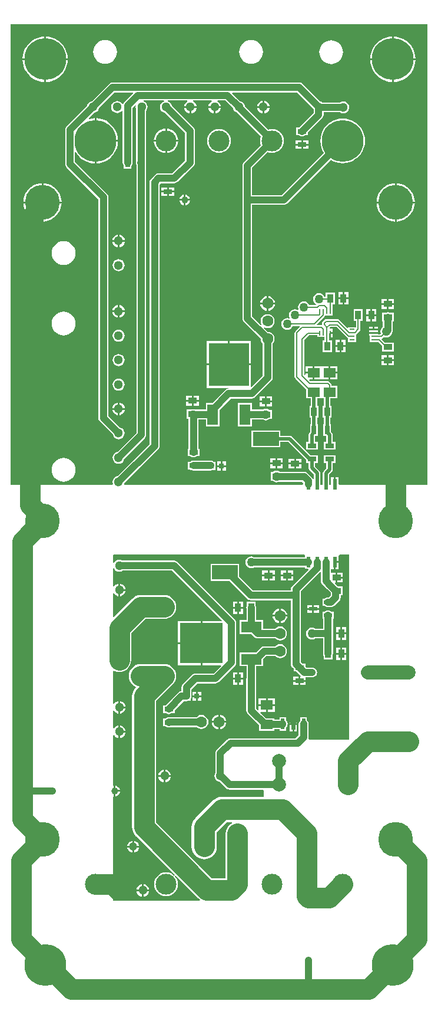
<source format=gtl>
G04*
G04 #@! TF.GenerationSoftware,Altium Limited,Altium Designer,18.1.11 (251)*
G04*
G04 Layer_Physical_Order=1*
G04 Layer_Color=255*
%FSLAX25Y25*%
%MOIN*%
G70*
G01*
G75*
%ADD11C,0.00787*%
%ADD13C,0.03937*%
%ADD15R,0.05118X0.02756*%
%ADD16R,0.04921X0.02362*%
%ADD17R,0.06299X0.11811*%
%ADD18R,0.22835X0.24410*%
%ADD19R,0.11811X0.06299*%
%ADD20R,0.24410X0.22835*%
%ADD21R,0.01968X0.06181*%
%ADD22R,0.00984X0.02953*%
%ADD23R,0.02362X0.06299*%
%ADD24R,0.02953X0.00984*%
%ADD25R,0.14567X0.07874*%
%ADD26R,0.02756X0.05118*%
%ADD27R,0.03150X0.03150*%
%ADD28R,0.07087X0.05512*%
%ADD29R,0.03543X0.05118*%
%ADD30R,0.05118X0.03543*%
%ADD58C,0.11811*%
%ADD59C,0.07874*%
%ADD60C,0.01968*%
%ADD61C,0.05118*%
%ADD62C,0.23622*%
%ADD63C,0.19685*%
%ADD64C,0.11811*%
%ADD65C,0.03150*%
%ADD66C,0.06299*%
%ADD67C,0.07874*%
%ADD68C,0.03937*%
%ADD69C,0.04724*%
%ADD70C,0.05000*%
G36*
X284110Y551181D02*
Y291000D01*
X240399D01*
X239500Y291044D01*
X234171D01*
X233681Y291408D01*
Y295303D01*
X232000D01*
Y291154D01*
X231000D01*
Y295303D01*
X229319D01*
Y291000D01*
X228469D01*
Y295091D01*
X228307D01*
Y296752D01*
X229777Y298223D01*
X230169Y298809D01*
X230306Y299500D01*
Y303472D01*
X231847D01*
Y307803D01*
X225154D01*
Y303472D01*
X226694D01*
Y300248D01*
X225223Y298777D01*
X224831Y298191D01*
X224694Y297500D01*
Y295091D01*
X224532D01*
Y291000D01*
X223469D01*
Y295091D01*
X223306D01*
Y297500D01*
X223169Y298191D01*
X222777Y298777D01*
X220306Y301248D01*
Y303472D01*
X221847D01*
Y307803D01*
X217708D01*
X214991Y310520D01*
X215266Y310953D01*
X215607Y310953D01*
X221847D01*
Y315283D01*
X220306D01*
Y318531D01*
X221925D01*
Y325224D01*
X221566D01*
Y329031D01*
X222319D01*
Y335724D01*
X221566D01*
Y339823D01*
X223831D01*
Y339823D01*
X224169D01*
Y339823D01*
X225434D01*
Y335724D01*
X224681D01*
Y329031D01*
X225434D01*
Y325224D01*
X225075D01*
Y318531D01*
X226694D01*
Y315283D01*
X225154D01*
Y310953D01*
X231847D01*
Y315283D01*
X230307D01*
Y319437D01*
X230169Y320128D01*
X229777Y320714D01*
X229406Y321086D01*
Y325224D01*
X229047D01*
Y329031D01*
X229799D01*
Y335724D01*
X229047D01*
Y339823D01*
X232831D01*
Y346909D01*
X229704D01*
Y347390D01*
X229613Y347851D01*
X229352Y348241D01*
X229352Y348241D01*
X228352Y349241D01*
X227961Y349502D01*
X227500Y349594D01*
X227500Y349594D01*
X217702D01*
X217124Y350172D01*
X217315Y350634D01*
X219000D01*
Y353890D01*
X214957D01*
Y353160D01*
X214476Y352947D01*
X214204Y353164D01*
Y372891D01*
X216897Y375583D01*
X221768D01*
Y374524D01*
X225780D01*
Y372736D01*
X224701D01*
Y366043D01*
X229819D01*
Y372736D01*
X228189D01*
Y374311D01*
X228453D01*
Y376787D01*
X228953D01*
Y377287D01*
X230445D01*
Y379264D01*
X228784D01*
X228577Y379764D01*
X229015Y380201D01*
X232486D01*
X238534Y374152D01*
X238534Y374152D01*
X238925Y373891D01*
X239134Y373850D01*
Y371657D01*
X243661D01*
Y376069D01*
X243740Y376121D01*
X245612Y377993D01*
X245872Y378383D01*
X245964Y378844D01*
Y383543D01*
X247319D01*
Y390236D01*
X242201D01*
Y383543D01*
X243556D01*
Y380122D01*
X239134D01*
Y379839D01*
X238672Y379648D01*
X234079Y384241D01*
X233688Y384502D01*
X233227Y384594D01*
X233227Y384594D01*
X226500D01*
X226039Y384502D01*
X225649Y384241D01*
X225649Y384241D01*
X224649Y383241D01*
X224388Y382851D01*
X224296Y382390D01*
X224296Y382390D01*
Y381655D01*
X224158Y381445D01*
X223856Y381204D01*
X221497D01*
X221306Y381666D01*
X225769Y386129D01*
X226030Y386520D01*
X226071Y386728D01*
X230232D01*
Y391256D01*
X230157D01*
Y393043D01*
X231559D01*
Y399736D01*
X226441D01*
Y397204D01*
X225559D01*
X225372Y397658D01*
X224845Y398345D01*
X224158Y398871D01*
X223358Y399203D01*
X222500Y399316D01*
X221642Y399203D01*
X220842Y398871D01*
X220155Y398345D01*
X219629Y397658D01*
X219297Y396858D01*
X219184Y396000D01*
X219297Y395142D01*
X219629Y394342D01*
X220155Y393655D01*
X220834Y393134D01*
X220919Y393064D01*
X220826Y392594D01*
X217119D01*
X216931Y393048D01*
X216404Y393734D01*
X215717Y394261D01*
X214917Y394592D01*
X214059Y394706D01*
X213201Y394592D01*
X212401Y394261D01*
X211715Y393734D01*
X211188Y393048D01*
X210856Y392248D01*
X210743Y391390D01*
X210856Y390532D01*
X211034Y390103D01*
X210719Y389817D01*
X210629Y389773D01*
X209858Y390092D01*
X209000Y390206D01*
X208142Y390092D01*
X207342Y389761D01*
X206656Y389234D01*
X206129Y388548D01*
X205797Y387748D01*
X205684Y386890D01*
X205797Y386032D01*
X206087Y385332D01*
X205904Y385067D01*
X205729Y384939D01*
X205358Y385092D01*
X204500Y385206D01*
X203642Y385092D01*
X202842Y384761D01*
X202155Y384234D01*
X201629Y383548D01*
X201297Y382748D01*
X201184Y381890D01*
X201297Y381032D01*
X201629Y380232D01*
X202155Y379545D01*
X202842Y379018D01*
X203642Y378687D01*
X204500Y378574D01*
X205358Y378687D01*
X206158Y379018D01*
X206845Y379545D01*
X207372Y380232D01*
X207605Y380796D01*
X211550D01*
X211741Y380334D01*
X209149Y377741D01*
X208888Y377351D01*
X208796Y376890D01*
X208796Y376890D01*
Y352000D01*
X208796Y352000D01*
X208888Y351539D01*
X209149Y351148D01*
X215169Y345128D01*
Y339823D01*
X217954D01*
Y335724D01*
X217201D01*
Y329031D01*
X217954D01*
Y325224D01*
X217595D01*
Y321086D01*
X217223Y320714D01*
X216831Y320128D01*
X216694Y319437D01*
Y315283D01*
X215154D01*
Y311439D01*
X215154Y311065D01*
X214721Y310790D01*
X207234Y318277D01*
X206648Y318669D01*
X205957Y318806D01*
X200571D01*
Y321724D01*
X184429D01*
Y312276D01*
X200571D01*
Y315194D01*
X205209D01*
X215154Y305249D01*
Y303472D01*
X216694D01*
Y300500D01*
X216831Y299809D01*
X217223Y299223D01*
X219694Y296752D01*
Y295091D01*
X219532D01*
Y294383D01*
X219032Y294284D01*
X218907Y294584D01*
X218466Y295159D01*
X216159Y297465D01*
X215584Y297907D01*
X214913Y298185D01*
X214194Y298280D01*
X209591D01*
X209000Y298202D01*
X208410Y298280D01*
X201847D01*
Y298319D01*
X200565D01*
X200158Y298631D01*
X199358Y298963D01*
X198500Y299076D01*
X197642Y298963D01*
X196842Y298631D01*
X196435Y298319D01*
X195153D01*
Y293201D01*
X196435D01*
X196842Y292888D01*
X197642Y292557D01*
X198500Y292444D01*
X199358Y292557D01*
X199752Y292720D01*
X208410D01*
X209000Y292798D01*
X209591Y292720D01*
X213042D01*
X213720Y292042D01*
Y291544D01*
X213266Y291044D01*
X112565Y291044D01*
X112287Y291460D01*
X112402Y291737D01*
X112433Y291970D01*
X131465Y311003D01*
X131907Y311579D01*
X132185Y312249D01*
X132280Y312968D01*
Y460782D01*
X132958Y461460D01*
X140740D01*
X141460Y461555D01*
X142130Y461833D01*
X142706Y462275D01*
X151534Y471103D01*
X151975Y471678D01*
X152253Y472349D01*
X152348Y473068D01*
Y490873D01*
X152253Y491592D01*
X151975Y492263D01*
X151534Y492838D01*
X139232Y505140D01*
X139201Y505374D01*
X138864Y506188D01*
X138328Y506887D01*
X137629Y507423D01*
X136978Y507693D01*
X137077Y508193D01*
X148029D01*
X148128Y507693D01*
X147926Y507609D01*
X147182Y507038D01*
X146612Y506295D01*
X146253Y505429D01*
X146196Y505000D01*
X153244D01*
X153188Y505429D01*
X152829Y506295D01*
X152259Y507038D01*
X151515Y507609D01*
X151313Y507693D01*
X151412Y508193D01*
X161808D01*
X161908Y507693D01*
X161705Y507609D01*
X160962Y507038D01*
X160391Y506295D01*
X160033Y505429D01*
X159976Y505000D01*
X167024D01*
X166967Y505429D01*
X166609Y506295D01*
X166038Y507038D01*
X165295Y507609D01*
X165092Y507693D01*
X165192Y508193D01*
X169656D01*
X173988Y503860D01*
X174019Y503626D01*
X174356Y502812D01*
X174893Y502113D01*
X175592Y501577D01*
X176275Y501294D01*
X189744Y487825D01*
X189404Y486706D01*
X189275Y485394D01*
X189404Y484082D01*
X189719Y483044D01*
X180034Y473359D01*
X179593Y472783D01*
X179315Y472113D01*
X179220Y471394D01*
Y452000D01*
Y385000D01*
X179315Y384281D01*
X179593Y383610D01*
X180034Y383034D01*
X189534Y373535D01*
X189529Y373500D01*
X189664Y372472D01*
X190061Y371515D01*
X190692Y370692D01*
X190720Y370670D01*
Y352651D01*
X184379Y346310D01*
X183917Y346502D01*
Y358484D01*
X159083D01*
Y345779D01*
X171472D01*
X171472Y345280D01*
X170753Y345185D01*
X170083Y344907D01*
X169507Y344465D01*
X162451Y337409D01*
X158508D01*
Y333496D01*
X154347D01*
Y333579D01*
X152417D01*
X152113Y333705D01*
X151394Y333799D01*
X151000D01*
X150281Y333705D01*
X149977Y333579D01*
X147653D01*
Y328461D01*
X148720D01*
Y311480D01*
X148154D01*
Y307150D01*
X149795D01*
X150110Y306908D01*
X150781Y306630D01*
X151500Y306535D01*
X152219Y306630D01*
X152890Y306908D01*
X153205Y307150D01*
X154847D01*
Y311480D01*
X154280D01*
Y327937D01*
X158508D01*
Y324024D01*
X166382D01*
Y333478D01*
X172624Y339720D01*
X184500D01*
X185219Y339815D01*
X185890Y340093D01*
X186466Y340534D01*
X195466Y349535D01*
X195907Y350110D01*
X196185Y350781D01*
X196280Y351500D01*
Y370670D01*
X196308Y370692D01*
X196939Y371515D01*
X197336Y372472D01*
X197471Y373500D01*
X197336Y374528D01*
X196939Y375485D01*
X196308Y376308D01*
X195485Y376939D01*
X194528Y377336D01*
X193500Y377471D01*
X193465Y377466D01*
X191338Y379593D01*
X191621Y380017D01*
X192472Y379664D01*
X193500Y379529D01*
X194528Y379664D01*
X195485Y380061D01*
X196308Y380692D01*
X196939Y381515D01*
X197336Y382472D01*
X197471Y383500D01*
X197336Y384528D01*
X196939Y385486D01*
X196308Y386308D01*
X195485Y386939D01*
X194528Y387336D01*
X193500Y387471D01*
X192472Y387336D01*
X191515Y386939D01*
X190692Y386308D01*
X190061Y385486D01*
X189664Y384528D01*
X189529Y383500D01*
X189664Y382472D01*
X190017Y381621D01*
X189593Y381338D01*
X184780Y386151D01*
Y449220D01*
X202606D01*
X203326Y449315D01*
X203996Y449593D01*
X204572Y450035D01*
X229276Y474739D01*
X230263Y474134D01*
X232095Y473375D01*
X234023Y472912D01*
X236000Y472756D01*
X237977Y472912D01*
X239905Y473375D01*
X241737Y474134D01*
X243428Y475170D01*
X244936Y476458D01*
X246224Y477966D01*
X247260Y479657D01*
X248019Y481489D01*
X248482Y483417D01*
X248638Y485394D01*
X248482Y487371D01*
X248019Y489299D01*
X247260Y491131D01*
X246224Y492822D01*
X244936Y494330D01*
X243428Y495618D01*
X241737Y496654D01*
X239905Y497413D01*
X237977Y497875D01*
X236000Y498031D01*
X234023Y497875D01*
X232095Y497413D01*
X230263Y496654D01*
X228572Y495618D01*
X227064Y494330D01*
X225776Y492822D01*
X224740Y491131D01*
X223981Y489299D01*
X223518Y487371D01*
X223363Y485394D01*
X223518Y483417D01*
X223981Y481489D01*
X224740Y479657D01*
X225345Y478670D01*
X201455Y454780D01*
X184780D01*
Y470242D01*
X193650Y479112D01*
X194688Y478798D01*
X196000Y478668D01*
X197312Y478798D01*
X198574Y479180D01*
X199736Y479802D01*
X200756Y480638D01*
X201592Y481657D01*
X202214Y482820D01*
X202596Y484082D01*
X202725Y485394D01*
X202596Y486706D01*
X202214Y487967D01*
X201592Y489130D01*
X200756Y490149D01*
X199736Y490986D01*
X198574Y491607D01*
X197312Y491990D01*
X196000Y492119D01*
X194688Y491990D01*
X193731Y491700D01*
X180613Y504818D01*
X180540Y505374D01*
X180203Y506188D01*
X179666Y506887D01*
X178967Y507423D01*
X178153Y507760D01*
X177919Y507791D01*
X173452Y512258D01*
X173644Y512720D01*
X210317D01*
X219319Y503718D01*
X219350Y503485D01*
X219605Y502870D01*
Y501276D01*
X211234Y492906D01*
X209653D01*
Y488575D01*
X211295D01*
X211610Y488333D01*
X212281Y488055D01*
X213000Y487960D01*
X213719Y488055D01*
X214390Y488333D01*
X214705Y488575D01*
X216347D01*
Y490156D01*
X224350Y498159D01*
X224792Y498735D01*
X225069Y499405D01*
X225164Y500124D01*
Y501579D01*
X234515D01*
X234702Y501435D01*
X235516Y501098D01*
X236390Y500983D01*
X237263Y501098D01*
X238077Y501435D01*
X238776Y501972D01*
X239313Y502671D01*
X239650Y503485D01*
X239765Y504358D01*
X239650Y505232D01*
X239313Y506046D01*
X238776Y506745D01*
X238077Y507281D01*
X237263Y507619D01*
X236390Y507734D01*
X235516Y507619D01*
X234702Y507281D01*
X234515Y507138D01*
X224485D01*
X224298Y507281D01*
X223484Y507619D01*
X223250Y507649D01*
X213434Y517465D01*
X212858Y517907D01*
X212188Y518185D01*
X211469Y518280D01*
X105602D01*
X104883Y518185D01*
X104212Y517907D01*
X103637Y517465D01*
X93962Y507791D01*
X93729Y507760D01*
X92915Y507423D01*
X92216Y506887D01*
X91679Y506188D01*
X91342Y505374D01*
X91311Y505140D01*
X79664Y493493D01*
X79223Y492917D01*
X78945Y492247D01*
X78850Y491528D01*
Y472370D01*
X78945Y471651D01*
X79223Y470980D01*
X79664Y470404D01*
X97720Y452349D01*
Y328811D01*
X97815Y328092D01*
X98093Y327421D01*
X98535Y326846D01*
X105851Y319529D01*
X105881Y319296D01*
X106219Y318482D01*
X106755Y317783D01*
X107454Y317246D01*
X108268Y316909D01*
X109142Y316794D01*
X110015Y316909D01*
X110829Y317246D01*
X111528Y317783D01*
X112065Y318482D01*
X112402Y319296D01*
X112517Y320169D01*
X112402Y321043D01*
X112065Y321857D01*
X111528Y322556D01*
X110829Y323092D01*
X110015Y323430D01*
X109782Y323460D01*
X103280Y329962D01*
Y453500D01*
X103185Y454219D01*
X102907Y454890D01*
X102465Y455466D01*
X84410Y473521D01*
Y478832D01*
X84910Y478973D01*
X85604Y477840D01*
X86913Y476307D01*
X88447Y474997D01*
X90166Y473944D01*
X92029Y473172D01*
X93990Y472701D01*
X95500Y472582D01*
Y485394D01*
Y498205D01*
X93990Y498086D01*
X92459Y497719D01*
X92205Y498172D01*
X95242Y501209D01*
X95476Y501240D01*
X96290Y501577D01*
X96989Y502113D01*
X97526Y502812D01*
X97863Y503626D01*
X97893Y503860D01*
X106754Y512720D01*
X117164D01*
X117355Y512258D01*
X112294Y507198D01*
X111853Y506622D01*
X111756Y506390D01*
X111662Y506348D01*
X111192Y506335D01*
X110769Y506887D01*
X110070Y507423D01*
X109256Y507760D01*
X108382Y507875D01*
X107508Y507760D01*
X106694Y507423D01*
X105995Y506887D01*
X105459Y506188D01*
X105122Y505374D01*
X105007Y504500D01*
X105122Y503626D01*
X105459Y502812D01*
X105995Y502113D01*
X106694Y501577D01*
X107508Y501240D01*
X108382Y501125D01*
X109256Y501240D01*
X110070Y501577D01*
X110769Y502113D01*
X110980Y502389D01*
X111480Y502219D01*
Y473000D01*
X111575Y472281D01*
X111853Y471610D01*
X112094Y471295D01*
Y469654D01*
X116425D01*
Y471295D01*
X116667Y471610D01*
X116945Y472281D01*
X117040Y473000D01*
Y504081D01*
X118416Y505457D01*
X118880Y505214D01*
X118786Y504500D01*
X118901Y503626D01*
X119090Y503169D01*
Y473804D01*
X119055Y473719D01*
X118960Y473000D01*
X119055Y472281D01*
X119220Y471882D01*
Y320399D01*
X108502Y309681D01*
X108268Y309650D01*
X107454Y309313D01*
X106755Y308776D01*
X106219Y308077D01*
X105881Y307263D01*
X105766Y306390D01*
X105881Y305516D01*
X106219Y304702D01*
X106755Y304003D01*
X107454Y303467D01*
X108268Y303129D01*
X109142Y303014D01*
X110015Y303129D01*
X110829Y303467D01*
X111528Y304003D01*
X112065Y304702D01*
X112402Y305516D01*
X112433Y305750D01*
X123966Y317283D01*
X124407Y317858D01*
X124685Y318529D01*
X124780Y319248D01*
Y472740D01*
X124685Y473460D01*
X124650Y473545D01*
Y502246D01*
X125084Y502812D01*
X125422Y503626D01*
X125537Y504500D01*
X125422Y505374D01*
X125084Y506188D01*
X124548Y506887D01*
X123849Y507423D01*
X123198Y507693D01*
X123298Y508193D01*
X134805D01*
X134904Y507693D01*
X134253Y507423D01*
X133554Y506887D01*
X133018Y506188D01*
X132681Y505374D01*
X132566Y504500D01*
X132681Y503626D01*
X133018Y502812D01*
X133554Y502113D01*
X134253Y501577D01*
X135067Y501240D01*
X135301Y501209D01*
X146788Y489721D01*
Y474220D01*
X139589Y467020D01*
X131806D01*
X131087Y466925D01*
X130416Y466647D01*
X129841Y466206D01*
X127534Y463899D01*
X127093Y463324D01*
X126815Y462653D01*
X126720Y461934D01*
Y314120D01*
X108502Y295901D01*
X108268Y295871D01*
X107454Y295533D01*
X106755Y294997D01*
X106219Y294298D01*
X105881Y293484D01*
X105766Y292610D01*
X105881Y291737D01*
X105962Y291543D01*
X105634Y291026D01*
X105102Y291000D01*
X47890D01*
X47890Y551181D01*
X284110Y551181D01*
D02*
G37*
G36*
X132718Y251627D02*
X213266Y251627D01*
X214130D01*
X214532Y251390D01*
X214532Y251127D01*
Y249973D01*
X185947D01*
X185827Y250064D01*
X185028Y250396D01*
X184169Y250509D01*
X183311Y250396D01*
X182511Y250064D01*
X181825Y249537D01*
X181298Y248851D01*
X180966Y248051D01*
X180853Y247193D01*
X180966Y246335D01*
X181298Y245535D01*
X181825Y244848D01*
X182511Y244321D01*
X183311Y243990D01*
X184169Y243877D01*
X185028Y243990D01*
X185827Y244321D01*
X185947Y244413D01*
X214532D01*
Y243516D01*
X216431D01*
X216623Y243054D01*
X207535Y233965D01*
X207093Y233390D01*
X206815Y232719D01*
X206720Y232000D01*
Y231280D01*
X185151D01*
X177362Y239069D01*
Y246224D01*
X161221D01*
Y236776D01*
X171793D01*
X182035Y226535D01*
X182610Y226093D01*
X183281Y225815D01*
X184000Y225720D01*
X206720D01*
Y189740D01*
X206815Y189021D01*
X207093Y188350D01*
X207535Y187775D01*
X208154Y187155D01*
Y185575D01*
X209734D01*
X212171Y183138D01*
X212025Y182638D01*
X212000D01*
Y180760D01*
X215059D01*
Y182220D01*
X218752D01*
X219471Y182315D01*
X220142Y182593D01*
X220718Y183035D01*
X221159Y183610D01*
X221437Y184281D01*
X221532Y185000D01*
X221437Y185719D01*
X221159Y186390D01*
X220718Y186966D01*
X220142Y187407D01*
X219471Y187685D01*
X218752Y187780D01*
X215391D01*
X214846Y188325D01*
Y189906D01*
X213266D01*
X212280Y190892D01*
Y228500D01*
Y230849D01*
X223220Y241789D01*
X223720Y241582D01*
Y236668D01*
X223815Y235949D01*
X224093Y235278D01*
X224535Y234703D01*
X227084Y232153D01*
X227410Y231903D01*
X229153Y230159D01*
Y228579D01*
X228947Y228164D01*
X228255Y227473D01*
X227752D01*
X227033Y227378D01*
X226362Y227100D01*
X225790Y226661D01*
X224504D01*
Y222724D01*
X225790D01*
X226362Y222286D01*
X227033Y222008D01*
X227752Y221913D01*
X229406D01*
X230126Y222008D01*
X230796Y222286D01*
X231372Y222727D01*
X234072Y225427D01*
X234514Y226003D01*
X234791Y226673D01*
X234886Y227393D01*
Y228579D01*
X235846D01*
Y233697D01*
X233523D01*
X233446Y233729D01*
X231791Y235384D01*
X231982Y235846D01*
X232000D01*
Y238618D01*
Y241390D01*
X229280D01*
Y242819D01*
X229319Y243303D01*
X229780Y243303D01*
X231000D01*
Y247453D01*
X231500D01*
Y247953D01*
X233681D01*
Y251127D01*
X234171Y251627D01*
X239500D01*
Y147000D01*
X216847D01*
X216513Y147500D01*
X216590Y147686D01*
X216685Y148406D01*
Y155831D01*
X216590Y156550D01*
X216313Y157221D01*
X215871Y157796D01*
X215677Y157945D01*
Y159709D01*
X212134D01*
Y157945D01*
X211940Y157796D01*
X211498Y157221D01*
X211221Y156550D01*
X211126Y155831D01*
Y149557D01*
X209349Y147780D01*
X172500D01*
X171781Y147685D01*
X171110Y147407D01*
X170535Y146966D01*
X164783Y141214D01*
X164341Y140638D01*
X164063Y139968D01*
X163968Y139248D01*
Y128375D01*
X163825Y128188D01*
X163488Y127374D01*
X163373Y126500D01*
X163488Y125626D01*
X163825Y124812D01*
X164361Y124113D01*
X165060Y123577D01*
X165874Y123240D01*
X166476Y123161D01*
X170102Y119535D01*
X170678Y119093D01*
X171348Y118815D01*
X172068Y118720D01*
X190922D01*
X191274Y118365D01*
X191242Y114621D01*
X167500D01*
X166111Y114484D01*
X164775Y114079D01*
X163544Y113421D01*
X162465Y112535D01*
X152543Y102614D01*
X151658Y101535D01*
X151000Y100304D01*
X150595Y98968D01*
X150458Y97579D01*
Y86500D01*
X150595Y85111D01*
X151000Y83775D01*
X151658Y82544D01*
X152543Y81465D01*
X153623Y80579D01*
X154854Y79921D01*
X156190Y79516D01*
X157579Y79379D01*
X158968Y79516D01*
X160304Y79921D01*
X161535Y80579D01*
X162614Y81465D01*
X163499Y82544D01*
X164158Y83775D01*
X164563Y85111D01*
X164700Y86500D01*
Y94629D01*
X170450Y100379D01*
X173403D01*
X173528Y99879D01*
X172708Y99441D01*
X171689Y98605D01*
X170853Y97585D01*
X170231Y96423D01*
X169849Y95161D01*
X169720Y93849D01*
Y80463D01*
Y68643D01*
X161896D01*
X130225Y100313D01*
Y168714D01*
X139755Y178244D01*
X140592Y179264D01*
X141213Y180426D01*
X141596Y181688D01*
X141664Y182375D01*
X141725Y183000D01*
X141661Y183656D01*
X141596Y184312D01*
X141213Y185574D01*
X140592Y186736D01*
X139755Y187756D01*
X138736Y188592D01*
X137574Y189213D01*
X136312Y189596D01*
X135656Y189661D01*
X135000Y189725D01*
X135000Y189725D01*
X121614D01*
X120302Y189596D01*
X119041Y189213D01*
X117878Y188592D01*
X116859Y187756D01*
X116022Y186736D01*
X115401Y185574D01*
X115018Y184312D01*
X114889Y183000D01*
X115018Y181688D01*
X115401Y180426D01*
X116022Y179264D01*
X116859Y178244D01*
X117878Y177408D01*
X118733Y176951D01*
X118832Y176343D01*
X118745Y176256D01*
X117908Y175236D01*
X117287Y174074D01*
X116904Y172812D01*
X116775Y171500D01*
Y97528D01*
X116904Y96215D01*
X117287Y94954D01*
X117908Y93791D01*
X118745Y92772D01*
X140999Y70517D01*
X140663Y70147D01*
X140474Y70302D01*
X139736Y70907D01*
X138574Y71528D01*
X137312Y71911D01*
X136000Y72040D01*
X134688Y71911D01*
X133426Y71528D01*
X132264Y70907D01*
X131245Y70070D01*
X130408Y69051D01*
X129787Y67889D01*
X129404Y66627D01*
X129275Y65315D01*
X129404Y64003D01*
X129787Y62741D01*
X130408Y61579D01*
X131245Y60559D01*
X132264Y59723D01*
X133426Y59102D01*
X134688Y58719D01*
X136000Y58590D01*
X137312Y58719D01*
X138574Y59102D01*
X139736Y59723D01*
X140756Y60559D01*
X141592Y61579D01*
X142213Y62741D01*
X142596Y64003D01*
X142725Y65315D01*
X142596Y66627D01*
X142213Y67889D01*
X141592Y69051D01*
X140987Y69789D01*
X140832Y69978D01*
X141203Y70314D01*
X154355Y57162D01*
X155161Y56500D01*
X154982Y56000D01*
X106001Y56000D01*
Y59345D01*
X106475Y59505D01*
X106572Y59379D01*
X107315Y58808D01*
X108181Y58450D01*
X108610Y58393D01*
Y61917D01*
Y65441D01*
X108181Y65385D01*
X107315Y65026D01*
X106572Y64456D01*
X106475Y64329D01*
X106001Y64490D01*
Y114665D01*
X106433Y115008D01*
Y118000D01*
Y120992D01*
X106001Y121335D01*
Y149392D01*
X106501Y149561D01*
X106962Y148962D01*
X107705Y148391D01*
X108571Y148033D01*
X109000Y147976D01*
Y151500D01*
Y155024D01*
X108571Y154967D01*
X107705Y154609D01*
X106962Y154038D01*
X106501Y153439D01*
X106001Y153608D01*
Y163171D01*
X106501Y163341D01*
X106962Y162741D01*
X107705Y162171D01*
X108571Y161812D01*
X109000Y161756D01*
Y165279D01*
Y168803D01*
X108571Y168747D01*
X107705Y168388D01*
X106962Y167818D01*
X106501Y167218D01*
X106001Y167388D01*
Y185795D01*
X106430Y186052D01*
X106926Y185787D01*
X108188Y185404D01*
X109500Y185275D01*
X110812Y185404D01*
X112074Y185787D01*
X113236Y186408D01*
X114255Y187244D01*
X115092Y188264D01*
X115713Y189426D01*
X116096Y190688D01*
X116225Y192000D01*
Y207155D01*
X124400Y215330D01*
X135000D01*
X136312Y215459D01*
X137574Y215842D01*
X138736Y216463D01*
X139755Y217300D01*
X140592Y218319D01*
X141213Y219481D01*
X141596Y220743D01*
X141725Y222055D01*
X141596Y223367D01*
X141213Y224629D01*
X140592Y225792D01*
X139755Y226811D01*
X138736Y227647D01*
X137574Y228269D01*
X136312Y228651D01*
X135000Y228780D01*
X121614D01*
X120302Y228651D01*
X119041Y228269D01*
X117878Y227647D01*
X116859Y226811D01*
X106463Y216415D01*
X106001Y216607D01*
Y229502D01*
X106501Y229672D01*
X106962Y229072D01*
X107705Y228501D01*
X108571Y228143D01*
X109000Y228086D01*
Y231610D01*
Y235134D01*
X108571Y235078D01*
X107705Y234719D01*
X106962Y234149D01*
X106501Y233549D01*
X106001Y233719D01*
Y243785D01*
X106501Y243884D01*
X106577Y243702D01*
X107113Y243003D01*
X107812Y242467D01*
X108626Y242129D01*
X109500Y242014D01*
X110374Y242129D01*
X111188Y242467D01*
X111375Y242610D01*
X139459D01*
X167690Y214379D01*
X167498Y213917D01*
X156516D01*
Y201500D01*
Y189083D01*
X166998D01*
X167190Y188621D01*
X162927Y184358D01*
X152579D01*
X151859Y184264D01*
X151189Y183986D01*
X150613Y183544D01*
X145582Y178513D01*
X145140Y177937D01*
X144862Y177267D01*
X144768Y176547D01*
Y174280D01*
X144760D01*
X144040Y174185D01*
X143370Y173907D01*
X142794Y173466D01*
X135734Y166405D01*
X134153D01*
Y162075D01*
X135795D01*
X136110Y161833D01*
X136781Y161555D01*
X137500Y161460D01*
X138219Y161555D01*
X138890Y161833D01*
X139205Y162075D01*
X140847D01*
Y163655D01*
X145911Y168720D01*
X147547D01*
X148267Y168815D01*
X148937Y169093D01*
X148996Y169138D01*
X149909D01*
Y170051D01*
X149954Y170110D01*
X150232Y170781D01*
X150327Y171500D01*
Y175396D01*
X153730Y178799D01*
X164079D01*
X164798Y178894D01*
X165469Y179172D01*
X166044Y179613D01*
X174966Y188534D01*
X175407Y189110D01*
X175685Y189781D01*
X175780Y190500D01*
Y213000D01*
X175685Y213719D01*
X175407Y214390D01*
X174966Y214966D01*
X142576Y247355D01*
X142000Y247797D01*
X141330Y248075D01*
X140610Y248169D01*
X111375D01*
X111188Y248313D01*
X110374Y248650D01*
X109500Y248765D01*
X108626Y248650D01*
X107812Y248313D01*
X107113Y247777D01*
X106577Y247077D01*
X106501Y246895D01*
X106001Y246995D01*
Y251277D01*
X106501Y251623D01*
X106603Y251621D01*
X106686Y251627D01*
X132718D01*
D02*
G37*
%LPC*%
G36*
X264925Y544307D02*
Y531996D01*
X277237D01*
X277118Y533506D01*
X276647Y535467D01*
X275875Y537330D01*
X274822Y539049D01*
X273512Y540583D01*
X271979Y541892D01*
X270259Y542946D01*
X268396Y543718D01*
X266436Y544188D01*
X264925Y544307D01*
D02*
G37*
G36*
X68075D02*
Y531996D01*
X80386D01*
X80267Y533506D01*
X79796Y535467D01*
X79025Y537330D01*
X77971Y539049D01*
X76662Y540583D01*
X75128Y541892D01*
X73409Y542946D01*
X71546Y543718D01*
X69585Y544188D01*
X68075Y544307D01*
D02*
G37*
G36*
X263925D02*
X262415Y544188D01*
X260454Y543718D01*
X258591Y542946D01*
X256872Y541892D01*
X255338Y540583D01*
X254029Y539049D01*
X252975Y537330D01*
X252203Y535467D01*
X251733Y533506D01*
X251614Y531996D01*
X263925D01*
Y544307D01*
D02*
G37*
G36*
X67075D02*
X65565Y544188D01*
X63604Y543718D01*
X61741Y542946D01*
X60021Y541892D01*
X58488Y540583D01*
X57178Y539049D01*
X56125Y537330D01*
X55353Y535467D01*
X54882Y533506D01*
X54764Y531996D01*
X67075D01*
Y544307D01*
D02*
G37*
G36*
X184169Y542367D02*
X182857Y542238D01*
X181596Y541855D01*
X180433Y541234D01*
X179414Y540397D01*
X178577Y539378D01*
X177956Y538215D01*
X177573Y536954D01*
X177444Y535642D01*
X177573Y534330D01*
X177956Y533068D01*
X178577Y531905D01*
X179414Y530886D01*
X180433Y530050D01*
X181596Y529428D01*
X182857Y529046D01*
X184169Y528916D01*
X185481Y529046D01*
X186743Y529428D01*
X187906Y530050D01*
X188925Y530886D01*
X189761Y531905D01*
X190383Y533068D01*
X190765Y534330D01*
X190895Y535642D01*
X190765Y536954D01*
X190383Y538215D01*
X189761Y539378D01*
X188925Y540397D01*
X187906Y541234D01*
X186743Y541855D01*
X185481Y542238D01*
X184169Y542367D01*
D02*
G37*
G36*
X101492D02*
X100180Y542238D01*
X98918Y541855D01*
X97756Y541234D01*
X96737Y540397D01*
X95900Y539378D01*
X95279Y538215D01*
X94896Y536954D01*
X94767Y535642D01*
X94896Y534330D01*
X95279Y533068D01*
X95900Y531905D01*
X96737Y530886D01*
X97756Y530050D01*
X98918Y529428D01*
X100180Y529046D01*
X101492Y528916D01*
X102804Y529046D01*
X104066Y529428D01*
X105228Y530050D01*
X106248Y530886D01*
X107084Y531905D01*
X107705Y533068D01*
X108088Y534330D01*
X108217Y535642D01*
X108088Y536954D01*
X107705Y538215D01*
X107084Y539378D01*
X106248Y540397D01*
X105228Y541234D01*
X104066Y541855D01*
X102804Y542238D01*
X101492Y542367D01*
D02*
G37*
G36*
X229500Y542225D02*
X228188Y542096D01*
X226926Y541713D01*
X225764Y541092D01*
X224745Y540255D01*
X223908Y539236D01*
X223287Y538074D01*
X222904Y536812D01*
X222775Y535500D01*
X222904Y534188D01*
X223287Y532926D01*
X223908Y531764D01*
X224745Y530745D01*
X225764Y529908D01*
X226926Y529287D01*
X228188Y528904D01*
X229500Y528775D01*
X230812Y528904D01*
X232074Y529287D01*
X233236Y529908D01*
X234256Y530745D01*
X235092Y531764D01*
X235713Y532926D01*
X236096Y534188D01*
X236225Y535500D01*
X236096Y536812D01*
X235713Y538074D01*
X235092Y539236D01*
X234256Y540255D01*
X233236Y541092D01*
X232074Y541713D01*
X230812Y542096D01*
X229500Y542225D01*
D02*
G37*
G36*
X277237Y530996D02*
X264925D01*
Y518685D01*
X266436Y518804D01*
X268396Y519274D01*
X270259Y520046D01*
X271979Y521100D01*
X273512Y522409D01*
X274822Y523943D01*
X275875Y525662D01*
X276647Y527525D01*
X277118Y529486D01*
X277237Y530996D01*
D02*
G37*
G36*
X80386D02*
X68075D01*
Y518685D01*
X69585Y518804D01*
X71546Y519274D01*
X73409Y520046D01*
X75128Y521100D01*
X76662Y522409D01*
X77971Y523943D01*
X79025Y525662D01*
X79796Y527525D01*
X80267Y529486D01*
X80386Y530996D01*
D02*
G37*
G36*
X263925D02*
X251614D01*
X251733Y529486D01*
X252203Y527525D01*
X252975Y525662D01*
X254029Y523943D01*
X255338Y522409D01*
X256872Y521100D01*
X258591Y520046D01*
X260454Y519274D01*
X262415Y518804D01*
X263925Y518685D01*
Y530996D01*
D02*
G37*
G36*
X67075D02*
X54764D01*
X54882Y529486D01*
X55353Y527525D01*
X56125Y525662D01*
X57178Y523943D01*
X58488Y522409D01*
X60021Y521100D01*
X61741Y520046D01*
X63604Y519274D01*
X65565Y518804D01*
X67075Y518685D01*
Y530996D01*
D02*
G37*
G36*
X191559Y508024D02*
Y505000D01*
X194583D01*
X194527Y505429D01*
X194168Y506295D01*
X193597Y507038D01*
X192854Y507609D01*
X191988Y507967D01*
X191559Y508024D01*
D02*
G37*
G36*
X190559D02*
X190130Y507967D01*
X189264Y507609D01*
X188521Y507038D01*
X187950Y506295D01*
X187592Y505429D01*
X187535Y505000D01*
X190559D01*
Y508024D01*
D02*
G37*
G36*
X194583Y504000D02*
X191559D01*
Y500976D01*
X191988Y501033D01*
X192854Y501391D01*
X193597Y501962D01*
X194168Y502705D01*
X194527Y503571D01*
X194583Y504000D01*
D02*
G37*
G36*
X190559D02*
X187535D01*
X187592Y503571D01*
X187950Y502705D01*
X188521Y501962D01*
X189264Y501391D01*
X190130Y501033D01*
X190559Y500976D01*
Y504000D01*
D02*
G37*
G36*
X167024D02*
X164000D01*
Y500976D01*
X164429Y501033D01*
X165295Y501391D01*
X166038Y501962D01*
X166609Y502705D01*
X166967Y503571D01*
X167024Y504000D01*
D02*
G37*
G36*
X163000D02*
X159976D01*
X160033Y503571D01*
X160391Y502705D01*
X160962Y501962D01*
X161705Y501391D01*
X162571Y501033D01*
X163000Y500976D01*
Y504000D01*
D02*
G37*
G36*
X153244D02*
X150221D01*
Y500976D01*
X150650Y501033D01*
X151515Y501391D01*
X152259Y501962D01*
X152829Y502705D01*
X153188Y503571D01*
X153244Y504000D01*
D02*
G37*
G36*
X149221D02*
X146196D01*
X146253Y503571D01*
X146612Y502705D01*
X147182Y501962D01*
X147926Y501391D01*
X148791Y501033D01*
X149221Y500976D01*
Y504000D01*
D02*
G37*
G36*
X136500Y492283D02*
Y485894D01*
X142890D01*
X142806Y486747D01*
X142411Y488049D01*
X141770Y489249D01*
X140907Y490300D01*
X139855Y491163D01*
X138655Y491804D01*
X137354Y492199D01*
X136500Y492283D01*
D02*
G37*
G36*
X96500Y498205D02*
Y485894D01*
X108811D01*
X108693Y487404D01*
X108222Y489365D01*
X107450Y491228D01*
X106396Y492947D01*
X105087Y494481D01*
X103553Y495790D01*
X101834Y496844D01*
X99971Y497615D01*
X98010Y498086D01*
X96500Y498205D01*
D02*
G37*
G36*
X135500Y492283D02*
X134646Y492199D01*
X133345Y491804D01*
X132145Y491163D01*
X131094Y490300D01*
X130231Y489249D01*
X129589Y488049D01*
X129194Y486747D01*
X129110Y485894D01*
X135500D01*
Y492283D01*
D02*
G37*
G36*
X216559Y485638D02*
X213500D01*
Y483760D01*
X216559D01*
Y485638D01*
D02*
G37*
G36*
X212500D02*
X209441D01*
Y483760D01*
X212500D01*
Y485638D01*
D02*
G37*
G36*
X216559Y482760D02*
X213500D01*
Y480882D01*
X216559D01*
Y482760D01*
D02*
G37*
G36*
X212500D02*
X209441D01*
Y480882D01*
X212500D01*
Y482760D01*
D02*
G37*
G36*
X166000Y492119D02*
X164688Y491990D01*
X163426Y491607D01*
X162264Y490986D01*
X161245Y490149D01*
X160408Y489130D01*
X159787Y487967D01*
X159404Y486706D01*
X159275Y485394D01*
X159404Y484082D01*
X159787Y482820D01*
X160408Y481657D01*
X161245Y480638D01*
X162264Y479802D01*
X163426Y479180D01*
X164688Y478798D01*
X166000Y478668D01*
X167312Y478798D01*
X168574Y479180D01*
X169737Y479802D01*
X170756Y480638D01*
X171592Y481657D01*
X172213Y482820D01*
X172596Y484082D01*
X172725Y485394D01*
X172596Y486706D01*
X172213Y487967D01*
X171592Y489130D01*
X170756Y490149D01*
X169737Y490986D01*
X168574Y491607D01*
X167312Y491990D01*
X166000Y492119D01*
D02*
G37*
G36*
X135500Y484894D02*
X129110D01*
X129194Y484040D01*
X129589Y482738D01*
X130231Y481539D01*
X131094Y480487D01*
X132145Y479624D01*
X133345Y478983D01*
X134646Y478588D01*
X135500Y478504D01*
Y484894D01*
D02*
G37*
G36*
X142890D02*
X136500D01*
Y478504D01*
X137354Y478588D01*
X138655Y478983D01*
X139855Y479624D01*
X140907Y480487D01*
X141770Y481539D01*
X142411Y482738D01*
X142806Y484040D01*
X142890Y484894D01*
D02*
G37*
G36*
X108811D02*
X96500D01*
Y472582D01*
X98010Y472701D01*
X99971Y473172D01*
X101834Y473944D01*
X103553Y474997D01*
X105087Y476307D01*
X106396Y477840D01*
X107450Y479560D01*
X108222Y481423D01*
X108693Y483383D01*
X108811Y484894D01*
D02*
G37*
G36*
X140559Y459138D02*
X137500D01*
Y457260D01*
X140559D01*
Y459138D01*
D02*
G37*
G36*
X136500D02*
X133441D01*
Y457260D01*
X136500D01*
Y459138D01*
D02*
G37*
G36*
X140559Y456260D02*
X137500D01*
Y454382D01*
X140559D01*
Y456260D01*
D02*
G37*
G36*
X136500D02*
X133441D01*
Y454382D01*
X136500D01*
Y456260D01*
D02*
G37*
G36*
X147067Y454928D02*
Y452500D01*
X149495D01*
X149459Y452775D01*
X149160Y453497D01*
X148684Y454117D01*
X148064Y454593D01*
X147342Y454892D01*
X147067Y454928D01*
D02*
G37*
G36*
X146067D02*
X145792Y454892D01*
X145070Y454593D01*
X144450Y454117D01*
X143974Y453497D01*
X143675Y452775D01*
X143639Y452500D01*
X146067D01*
Y454928D01*
D02*
G37*
G36*
X66500Y461467D02*
Y451130D01*
X76837D01*
X76742Y452331D01*
X76344Y453991D01*
X75691Y455568D01*
X74799Y457023D01*
X73691Y458320D01*
X72393Y459429D01*
X70938Y460321D01*
X69361Y460974D01*
X67702Y461372D01*
X66500Y461467D01*
D02*
G37*
G36*
X65500D02*
X64299Y461372D01*
X62639Y460974D01*
X61063Y460321D01*
X59607Y459429D01*
X58310Y458320D01*
X57201Y457023D01*
X56309Y455568D01*
X55656Y453991D01*
X55258Y452331D01*
X55163Y451130D01*
X65500D01*
Y461467D01*
D02*
G37*
G36*
X266500D02*
Y451130D01*
X276837D01*
X276742Y452331D01*
X276344Y453991D01*
X275691Y455568D01*
X274799Y457023D01*
X273691Y458320D01*
X272393Y459429D01*
X270938Y460321D01*
X269361Y460974D01*
X267702Y461372D01*
X266500Y461467D01*
D02*
G37*
G36*
X265500D02*
X264299Y461372D01*
X262639Y460974D01*
X261063Y460321D01*
X259607Y459429D01*
X258310Y458320D01*
X257201Y457023D01*
X256310Y455568D01*
X255656Y453991D01*
X255258Y452331D01*
X255163Y451130D01*
X265500D01*
Y461467D01*
D02*
G37*
G36*
X149495Y451500D02*
X147067D01*
Y449072D01*
X147342Y449108D01*
X148064Y449407D01*
X148684Y449883D01*
X149160Y450503D01*
X149459Y451225D01*
X149495Y451500D01*
D02*
G37*
G36*
X146067D02*
X143639D01*
X143675Y451225D01*
X143974Y450503D01*
X144450Y449883D01*
X145070Y449407D01*
X145792Y449108D01*
X146067Y449072D01*
Y451500D01*
D02*
G37*
G36*
X276837Y450130D02*
X266500D01*
Y439793D01*
X267702Y439888D01*
X269361Y440286D01*
X270938Y440939D01*
X272393Y441831D01*
X273691Y442939D01*
X274799Y444237D01*
X275691Y445692D01*
X276344Y447269D01*
X276742Y448928D01*
X276837Y450130D01*
D02*
G37*
G36*
X76837Y450130D02*
X66500D01*
Y439793D01*
X67702Y439888D01*
X69361Y440286D01*
X70938Y440939D01*
X72393Y441831D01*
X73691Y442939D01*
X74799Y444237D01*
X75691Y445692D01*
X76344Y447269D01*
X76742Y448928D01*
X76837Y450130D01*
D02*
G37*
G36*
X65500D02*
X55163D01*
X55258Y448928D01*
X55656Y447269D01*
X56309Y445692D01*
X57201Y444237D01*
X58310Y442939D01*
X59607Y441831D01*
X61063Y440939D01*
X62639Y440286D01*
X64299Y439888D01*
X65500Y439793D01*
Y450130D01*
D02*
G37*
G36*
X265500Y450130D02*
X255163D01*
X255258Y448928D01*
X255656Y447269D01*
X256310Y445692D01*
X257201Y444237D01*
X258310Y442939D01*
X259607Y441831D01*
X261063Y440939D01*
X262639Y440286D01*
X264299Y439888D01*
X265500Y439793D01*
Y450130D01*
D02*
G37*
G36*
X109642Y432414D02*
Y429390D01*
X112666D01*
X112609Y429819D01*
X112250Y430685D01*
X111680Y431428D01*
X110937Y431999D01*
X110071Y432357D01*
X109642Y432414D01*
D02*
G37*
G36*
X108642D02*
X108213Y432357D01*
X107347Y431999D01*
X106603Y431428D01*
X106033Y430685D01*
X105674Y429819D01*
X105618Y429390D01*
X108642D01*
Y432414D01*
D02*
G37*
G36*
X112666Y428390D02*
X109642D01*
Y425366D01*
X110071Y425422D01*
X110937Y425781D01*
X111680Y426351D01*
X112250Y427095D01*
X112609Y427961D01*
X112666Y428390D01*
D02*
G37*
G36*
X108642D02*
X105618D01*
X105674Y427961D01*
X106033Y427095D01*
X106603Y426351D01*
X107347Y425781D01*
X108213Y425422D01*
X108642Y425366D01*
Y428390D01*
D02*
G37*
G36*
X78000Y428725D02*
X76688Y428596D01*
X75426Y428213D01*
X74264Y427592D01*
X73245Y426756D01*
X72408Y425736D01*
X71787Y424574D01*
X71404Y423312D01*
X71275Y422000D01*
X71404Y420688D01*
X71787Y419426D01*
X72408Y418264D01*
X73245Y417244D01*
X74264Y416408D01*
X75426Y415787D01*
X76688Y415404D01*
X78000Y415275D01*
X79312Y415404D01*
X80574Y415787D01*
X81736Y416408D01*
X82756Y417244D01*
X83592Y418264D01*
X84213Y419426D01*
X84596Y420688D01*
X84725Y422000D01*
X84596Y423312D01*
X84213Y424574D01*
X83592Y425736D01*
X82756Y426756D01*
X81736Y427592D01*
X80574Y428213D01*
X79312Y428596D01*
X78000Y428725D01*
D02*
G37*
G36*
X109142Y418486D02*
X108268Y418371D01*
X107454Y418033D01*
X106755Y417497D01*
X106219Y416798D01*
X105881Y415984D01*
X105766Y415110D01*
X105881Y414237D01*
X106219Y413423D01*
X106755Y412723D01*
X107454Y412187D01*
X108268Y411850D01*
X109142Y411735D01*
X110015Y411850D01*
X110829Y412187D01*
X111528Y412723D01*
X112065Y413423D01*
X112402Y414237D01*
X112517Y415110D01*
X112402Y415984D01*
X112065Y416798D01*
X111528Y417497D01*
X110829Y418033D01*
X110015Y418371D01*
X109142Y418486D01*
D02*
G37*
G36*
X239252Y399949D02*
X236980D01*
Y396890D01*
X239252D01*
Y399949D01*
D02*
G37*
G36*
X235980D02*
X233709D01*
Y396890D01*
X235980D01*
Y399949D01*
D02*
G37*
G36*
X194000Y397620D02*
Y394000D01*
X197620D01*
X197543Y394583D01*
X197125Y395593D01*
X196459Y396460D01*
X195593Y397125D01*
X194583Y397543D01*
X194000Y397620D01*
D02*
G37*
G36*
X193000D02*
X192417Y397543D01*
X191407Y397125D01*
X190541Y396460D01*
X189875Y395593D01*
X189457Y394583D01*
X189380Y394000D01*
X193000D01*
Y397620D01*
D02*
G37*
G36*
X265059Y396012D02*
X262000D01*
Y393740D01*
X265059D01*
Y396012D01*
D02*
G37*
G36*
X261000D02*
X257941D01*
Y393740D01*
X261000D01*
Y396012D01*
D02*
G37*
G36*
X239252Y395890D02*
X236980D01*
Y392831D01*
X239252D01*
Y395890D01*
D02*
G37*
G36*
X235980D02*
X233709D01*
Y392831D01*
X235980D01*
Y395890D01*
D02*
G37*
G36*
X265059Y392740D02*
X262000D01*
Y390469D01*
X265059D01*
Y392740D01*
D02*
G37*
G36*
X261000D02*
X257941D01*
Y390469D01*
X261000D01*
Y392740D01*
D02*
G37*
G36*
X109642Y392591D02*
Y389567D01*
X112666D01*
X112609Y389996D01*
X112250Y390862D01*
X111680Y391605D01*
X110937Y392176D01*
X110071Y392534D01*
X109642Y392591D01*
D02*
G37*
G36*
X108642D02*
X108213Y392534D01*
X107347Y392176D01*
X106603Y391605D01*
X106033Y390862D01*
X105674Y389996D01*
X105618Y389567D01*
X108642D01*
Y392591D01*
D02*
G37*
G36*
X197620Y393000D02*
X194000D01*
Y389380D01*
X194583Y389457D01*
X195593Y389875D01*
X196459Y390541D01*
X197125Y391407D01*
X197543Y392417D01*
X197620Y393000D01*
D02*
G37*
G36*
X193000D02*
X189380D01*
X189457Y392417D01*
X189875Y391407D01*
X190541Y390541D01*
X191407Y389875D01*
X192417Y389457D01*
X193000Y389380D01*
Y393000D01*
D02*
G37*
G36*
X255012Y390449D02*
X252740D01*
Y387390D01*
X255012D01*
Y390449D01*
D02*
G37*
G36*
X251740D02*
X249469D01*
Y387390D01*
X251740D01*
Y390449D01*
D02*
G37*
G36*
X108642Y388567D02*
X105618D01*
X105674Y388138D01*
X106033Y387272D01*
X106603Y386529D01*
X107347Y385958D01*
X108213Y385599D01*
X108642Y385543D01*
Y388567D01*
D02*
G37*
G36*
X112666D02*
X109642D01*
Y385543D01*
X110071Y385599D01*
X110937Y385958D01*
X111680Y386529D01*
X112250Y387272D01*
X112609Y388138D01*
X112666Y388567D01*
D02*
G37*
G36*
X255012Y386390D02*
X252740D01*
Y383331D01*
X255012D01*
Y386390D01*
D02*
G37*
G36*
X251740D02*
X249469D01*
Y383331D01*
X251740D01*
Y386390D01*
D02*
G37*
G36*
X256079Y380335D02*
X254102D01*
Y379343D01*
X256079D01*
Y380335D01*
D02*
G37*
G36*
X253102D02*
X251126D01*
Y379343D01*
X253102D01*
Y380335D01*
D02*
G37*
G36*
X256079Y378343D02*
X253603D01*
X251126D01*
Y377374D01*
X253603D01*
X256079D01*
Y378343D01*
D02*
G37*
G36*
X261500Y388540D02*
X260781Y388445D01*
X260477Y388319D01*
X258154D01*
Y383201D01*
X258720D01*
Y380264D01*
X258368Y379994D01*
X257841Y379308D01*
X257510Y378508D01*
X257397Y377650D01*
X257510Y376791D01*
X257609Y376552D01*
X257273Y376110D01*
X256079D01*
Y376374D01*
X253603D01*
X251126D01*
Y375382D01*
X251339D01*
Y371657D01*
X255866D01*
X255866Y371657D01*
Y371657D01*
X255866Y371657D01*
X256330Y371570D01*
X258154Y369746D01*
Y366331D01*
X264847D01*
Y371449D01*
X259857D01*
X258090Y373216D01*
X258255Y373758D01*
X258430Y373793D01*
X258820Y374054D01*
X259401Y374635D01*
X259855Y374447D01*
X260713Y374334D01*
X261571Y374447D01*
X262371Y374778D01*
X263057Y375305D01*
X263584Y375992D01*
X263915Y376791D01*
X263969Y377195D01*
X264185Y377717D01*
X264280Y378437D01*
Y383201D01*
X264846D01*
Y388319D01*
X262523D01*
X262219Y388445D01*
X261500Y388540D01*
D02*
G37*
G36*
X78000Y388902D02*
X76688Y388773D01*
X75426Y388390D01*
X74264Y387769D01*
X73245Y386933D01*
X72408Y385913D01*
X71787Y384751D01*
X71404Y383489D01*
X71275Y382177D01*
X71404Y380865D01*
X71787Y379604D01*
X72408Y378441D01*
X73245Y377422D01*
X74264Y376585D01*
X75426Y375964D01*
X76688Y375581D01*
X78000Y375452D01*
X79312Y375581D01*
X80574Y375964D01*
X81736Y376585D01*
X82756Y377422D01*
X83592Y378441D01*
X84213Y379604D01*
X84596Y380865D01*
X84725Y382177D01*
X84596Y383489D01*
X84213Y384751D01*
X83592Y385913D01*
X82756Y386933D01*
X81736Y387769D01*
X80574Y388390D01*
X79312Y388773D01*
X78000Y388902D01*
D02*
G37*
G36*
X230445Y376287D02*
X229453D01*
Y374311D01*
X230445D01*
Y376287D01*
D02*
G37*
G36*
X109142Y378663D02*
X108268Y378548D01*
X107454Y378210D01*
X106755Y377674D01*
X106219Y376975D01*
X105881Y376161D01*
X105766Y375287D01*
X105881Y374414D01*
X106219Y373600D01*
X106755Y372901D01*
X107454Y372364D01*
X108268Y372027D01*
X109142Y371912D01*
X110015Y372027D01*
X110829Y372364D01*
X111528Y372901D01*
X112065Y373600D01*
X112402Y374414D01*
X112517Y375287D01*
X112402Y376161D01*
X112065Y376975D01*
X111528Y377674D01*
X110829Y378210D01*
X110015Y378548D01*
X109142Y378663D01*
D02*
G37*
G36*
X237512Y372949D02*
X235240D01*
Y369890D01*
X237512D01*
Y372949D01*
D02*
G37*
G36*
X234240D02*
X231969D01*
Y369890D01*
X234240D01*
Y372949D01*
D02*
G37*
G36*
X237512Y368890D02*
X235240D01*
Y365831D01*
X237512D01*
Y368890D01*
D02*
G37*
G36*
X234240D02*
X231969D01*
Y365831D01*
X234240D01*
Y368890D01*
D02*
G37*
G36*
X265059Y364181D02*
X262000D01*
Y361909D01*
X265059D01*
Y364181D01*
D02*
G37*
G36*
X261000D02*
X257941D01*
Y361909D01*
X261000D01*
Y364181D01*
D02*
G37*
G36*
X183917Y372189D02*
X172000D01*
Y359484D01*
X183917D01*
Y372189D01*
D02*
G37*
G36*
X171000D02*
X159083D01*
Y359484D01*
X171000D01*
Y372189D01*
D02*
G37*
G36*
X265059Y360909D02*
X262000D01*
Y358638D01*
X265059D01*
Y360909D01*
D02*
G37*
G36*
X261000D02*
X257941D01*
Y358638D01*
X261000D01*
Y360909D01*
D02*
G37*
G36*
X109142Y364883D02*
X108268Y364768D01*
X107454Y364431D01*
X106755Y363895D01*
X106219Y363195D01*
X105881Y362382D01*
X105766Y361508D01*
X105881Y360634D01*
X106219Y359820D01*
X106755Y359121D01*
X107454Y358585D01*
X108268Y358248D01*
X109142Y358133D01*
X110015Y358248D01*
X110829Y358585D01*
X111528Y359121D01*
X112065Y359820D01*
X112402Y360634D01*
X112517Y361508D01*
X112402Y362382D01*
X112065Y363195D01*
X111528Y363895D01*
X110829Y364431D01*
X110015Y364768D01*
X109142Y364883D01*
D02*
G37*
G36*
X233043Y358146D02*
X229000D01*
Y354890D01*
X233043D01*
Y358146D01*
D02*
G37*
G36*
X219000D02*
X214957D01*
Y354890D01*
X219000D01*
Y358146D01*
D02*
G37*
G36*
X233043Y353890D02*
X229000D01*
Y350634D01*
X233043D01*
Y353890D01*
D02*
G37*
G36*
X228000Y358146D02*
X220000D01*
Y354390D01*
Y350634D01*
X228000D01*
Y354390D01*
Y358146D01*
D02*
G37*
G36*
X109142Y351104D02*
X108268Y350989D01*
X107454Y350652D01*
X106755Y350115D01*
X106219Y349416D01*
X105881Y348602D01*
X105766Y347728D01*
X105881Y346855D01*
X106219Y346041D01*
X106755Y345342D01*
X107454Y344805D01*
X108268Y344468D01*
X109142Y344353D01*
X110015Y344468D01*
X110829Y344805D01*
X111528Y345342D01*
X112065Y346041D01*
X112402Y346855D01*
X112517Y347728D01*
X112402Y348602D01*
X112065Y349416D01*
X111528Y350115D01*
X110829Y350652D01*
X110015Y350989D01*
X109142Y351104D01*
D02*
G37*
G36*
X154559Y341272D02*
X151500D01*
Y339000D01*
X154559D01*
Y341272D01*
D02*
G37*
G36*
X150500D02*
X147441D01*
Y339000D01*
X150500D01*
Y341272D01*
D02*
G37*
G36*
X196059Y341012D02*
X193000D01*
Y338740D01*
X196059D01*
Y341012D01*
D02*
G37*
G36*
X192000D02*
X188941D01*
Y338740D01*
X192000D01*
Y341012D01*
D02*
G37*
G36*
X154559Y338000D02*
X151500D01*
Y335728D01*
X154559D01*
Y338000D01*
D02*
G37*
G36*
X150500D02*
X147441D01*
Y335728D01*
X150500D01*
Y338000D01*
D02*
G37*
G36*
X196059Y337740D02*
X193000D01*
Y335469D01*
X196059D01*
Y337740D01*
D02*
G37*
G36*
X192000D02*
X188941D01*
Y335469D01*
X192000D01*
Y337740D01*
D02*
G37*
G36*
X109642Y337473D02*
Y334449D01*
X112666D01*
X112609Y334878D01*
X112250Y335744D01*
X111680Y336487D01*
X110937Y337058D01*
X110071Y337416D01*
X109642Y337473D01*
D02*
G37*
G36*
X108642D02*
X108213Y337416D01*
X107347Y337058D01*
X106603Y336487D01*
X106033Y335744D01*
X105674Y334878D01*
X105618Y334449D01*
X108642D01*
Y337473D01*
D02*
G37*
G36*
X112666Y333449D02*
X109642D01*
Y330425D01*
X110071Y330481D01*
X110937Y330840D01*
X111680Y331411D01*
X112250Y332154D01*
X112609Y333020D01*
X112666Y333449D01*
D02*
G37*
G36*
X108642D02*
X105618D01*
X105674Y333020D01*
X106033Y332154D01*
X106603Y331411D01*
X107347Y330840D01*
X108213Y330481D01*
X108642Y330425D01*
Y333449D01*
D02*
G37*
G36*
X184492Y337409D02*
X176618D01*
Y324024D01*
X184492D01*
Y327958D01*
X190701D01*
X190821Y327867D01*
X191620Y327535D01*
X192478Y327422D01*
X193336Y327535D01*
X194136Y327867D01*
X194572Y328201D01*
X195846D01*
Y333319D01*
X194515D01*
X194136Y333610D01*
X193336Y333941D01*
X192478Y334054D01*
X191620Y333941D01*
X190821Y333610D01*
X190701Y333518D01*
X184492D01*
Y337409D01*
D02*
G37*
G36*
X202059Y306012D02*
X199000D01*
Y303740D01*
X202059D01*
Y306012D01*
D02*
G37*
G36*
X198000D02*
X194941D01*
Y303740D01*
X198000D01*
Y306012D01*
D02*
G37*
G36*
X212559Y305772D02*
X209500D01*
Y303500D01*
X212559D01*
Y305772D01*
D02*
G37*
G36*
X208500D02*
X205441D01*
Y303500D01*
X208500D01*
Y305772D01*
D02*
G37*
G36*
X170028Y304150D02*
X167953D01*
Y302075D01*
X170028D01*
Y304150D01*
D02*
G37*
G36*
X166953D02*
X164878D01*
Y302075D01*
X166953D01*
Y304150D01*
D02*
G37*
G36*
X202059Y302740D02*
X199000D01*
Y300468D01*
X202059D01*
Y302740D01*
D02*
G37*
G36*
X198000D02*
X194941D01*
Y300468D01*
X198000D01*
Y302740D01*
D02*
G37*
G36*
X212559Y302500D02*
X209500D01*
Y300228D01*
X212559D01*
Y302500D01*
D02*
G37*
G36*
X208500D02*
X205441D01*
Y300228D01*
X208500D01*
Y302500D01*
D02*
G37*
G36*
X161287Y304614D02*
X151500D01*
X150781Y304520D01*
X150110Y304242D01*
X149795Y304000D01*
X148154D01*
Y299669D01*
X149795D01*
X150110Y299427D01*
X150781Y299150D01*
X151500Y299055D01*
X161287D01*
X162007Y299150D01*
X162159Y299213D01*
X163910D01*
Y300963D01*
X163972Y301115D01*
X164067Y301835D01*
X163972Y302554D01*
X163910Y302706D01*
Y303937D01*
X163075D01*
X162677Y304242D01*
X162007Y304520D01*
X161287Y304614D01*
D02*
G37*
G36*
X170028Y301075D02*
X167953D01*
Y299000D01*
X170028D01*
Y301075D01*
D02*
G37*
G36*
X166953D02*
X164878D01*
Y299000D01*
X166953D01*
Y301075D01*
D02*
G37*
G36*
X78000Y306225D02*
X76688Y306096D01*
X75426Y305713D01*
X74264Y305092D01*
X73245Y304256D01*
X72408Y303236D01*
X71787Y302074D01*
X71404Y300812D01*
X71275Y299500D01*
X71404Y298188D01*
X71787Y296926D01*
X72408Y295764D01*
X73245Y294744D01*
X74264Y293908D01*
X75426Y293287D01*
X76688Y292904D01*
X78000Y292775D01*
X79312Y292904D01*
X80574Y293287D01*
X81736Y293908D01*
X82756Y294744D01*
X83592Y295764D01*
X84213Y296926D01*
X84596Y298188D01*
X84725Y299500D01*
X84596Y300812D01*
X84213Y302074D01*
X83592Y303236D01*
X82756Y304256D01*
X81736Y305092D01*
X80574Y305713D01*
X79312Y306096D01*
X78000Y306225D01*
D02*
G37*
G36*
X233681Y246953D02*
X232000D01*
Y243303D01*
X233681D01*
Y246953D01*
D02*
G37*
G36*
X208059Y242484D02*
X205000D01*
Y240213D01*
X208059D01*
Y242484D01*
D02*
G37*
G36*
X197559D02*
X194500D01*
Y240213D01*
X197559D01*
Y242484D01*
D02*
G37*
G36*
X204000D02*
X200941D01*
Y240213D01*
X204000D01*
Y242484D01*
D02*
G37*
G36*
X193500D02*
X190441D01*
Y240213D01*
X193500D01*
Y242484D01*
D02*
G37*
G36*
X236059Y241390D02*
X233000D01*
Y239118D01*
X236059D01*
Y241390D01*
D02*
G37*
G36*
X208059Y239213D02*
X205000D01*
Y236941D01*
X208059D01*
Y239213D01*
D02*
G37*
G36*
X204000D02*
X200941D01*
Y236941D01*
X204000D01*
Y239213D01*
D02*
G37*
G36*
X197559D02*
X194500D01*
Y236941D01*
X197559D01*
Y239213D01*
D02*
G37*
G36*
X193500D02*
X190441D01*
Y236941D01*
X193500D01*
Y239213D01*
D02*
G37*
G36*
X236059Y238118D02*
X233000D01*
Y235846D01*
X236059D01*
Y238118D01*
D02*
G37*
G36*
X110000Y235134D02*
Y232110D01*
X113024D01*
X112967Y232539D01*
X112609Y233405D01*
X112038Y234149D01*
X111295Y234719D01*
X110429Y235078D01*
X110000Y235134D01*
D02*
G37*
G36*
X113024Y231110D02*
X110000D01*
Y228086D01*
X110429Y228143D01*
X111295Y228501D01*
X112038Y229072D01*
X112609Y229815D01*
X112967Y230681D01*
X113024Y231110D01*
D02*
G37*
G36*
X179532Y225059D02*
X177260D01*
Y222000D01*
X179532D01*
Y225059D01*
D02*
G37*
G36*
X176260D02*
X173988D01*
Y222000D01*
X176260D01*
Y225059D01*
D02*
G37*
G36*
X222748Y223134D02*
X219788D01*
Y221453D01*
X222748D01*
Y223134D01*
D02*
G37*
G36*
X218788D02*
X215827D01*
Y221453D01*
X218788D01*
Y223134D01*
D02*
G37*
G36*
X222748Y220453D02*
X219788D01*
Y218772D01*
X222748D01*
Y220453D01*
D02*
G37*
G36*
X218788D02*
X215827D01*
Y218772D01*
X218788D01*
Y220453D01*
D02*
G37*
G36*
X179532Y221000D02*
X177260D01*
Y217941D01*
X179532D01*
Y221000D01*
D02*
G37*
G36*
X176260D02*
X173988D01*
Y217941D01*
X176260D01*
Y221000D01*
D02*
G37*
G36*
X201000Y221120D02*
Y217500D01*
X204620D01*
X204543Y218083D01*
X204125Y219093D01*
X203460Y219959D01*
X202593Y220625D01*
X201583Y221043D01*
X201000Y221120D01*
D02*
G37*
G36*
X200000D02*
X199417Y221043D01*
X198407Y220625D01*
X197540Y219959D01*
X196875Y219093D01*
X196457Y218083D01*
X196380Y217500D01*
X200000D01*
Y221120D01*
D02*
G37*
G36*
X204620Y216500D02*
X201000D01*
Y212880D01*
X201583Y212957D01*
X202593Y213375D01*
X203460Y214040D01*
X204125Y214907D01*
X204543Y215917D01*
X204620Y216500D01*
D02*
G37*
G36*
X200000D02*
X196380D01*
X196457Y215917D01*
X196875Y214907D01*
X197540Y214040D01*
X198407Y213375D01*
X199417Y212957D01*
X200000Y212880D01*
Y216500D01*
D02*
G37*
G36*
X227740Y219981D02*
X227021Y219886D01*
X226350Y219608D01*
X225794Y219181D01*
X224504D01*
Y215244D01*
X224976D01*
Y209780D01*
X220278D01*
X220158Y209872D01*
X219358Y210203D01*
X218500Y210316D01*
X217642Y210203D01*
X216842Y209872D01*
X216155Y209345D01*
X215629Y208658D01*
X215297Y207858D01*
X215184Y207000D01*
X215297Y206142D01*
X215629Y205342D01*
X216155Y204655D01*
X216842Y204129D01*
X217642Y203797D01*
X218500Y203684D01*
X219358Y203797D01*
X220158Y204129D01*
X220278Y204220D01*
X224980D01*
Y195500D01*
X225075Y194781D01*
X225201Y194477D01*
Y192154D01*
X230319D01*
Y194477D01*
X230445Y194781D01*
X230539Y195500D01*
Y207000D01*
X230536Y207030D01*
Y215244D01*
X231000D01*
Y219181D01*
X229686D01*
X229130Y219608D01*
X228460Y219886D01*
X227740Y219981D01*
D02*
G37*
G36*
X238012Y210559D02*
X235740D01*
Y207500D01*
X238012D01*
Y210559D01*
D02*
G37*
G36*
X234740D02*
X232469D01*
Y207500D01*
X234740D01*
Y210559D01*
D02*
G37*
G36*
X238012Y206500D02*
X235740D01*
Y203441D01*
X238012D01*
Y206500D01*
D02*
G37*
G36*
X234740D02*
X232469D01*
Y203441D01*
X234740D01*
Y206500D01*
D02*
G37*
G36*
X186799Y224847D02*
X181681D01*
Y222523D01*
X181555Y222219D01*
X181460Y221500D01*
X181482Y221336D01*
Y214492D01*
X177591D01*
Y206618D01*
X184289D01*
X185873Y205034D01*
X186449Y204593D01*
X187119Y204315D01*
X187839Y204220D01*
X197670D01*
X197692Y204192D01*
X198514Y203561D01*
X199472Y203164D01*
X200500Y203029D01*
X201528Y203164D01*
X202485Y203561D01*
X203308Y204192D01*
X203939Y205014D01*
X204336Y205972D01*
X204471Y207000D01*
X204336Y208028D01*
X203939Y208985D01*
X203308Y209808D01*
X202485Y210439D01*
X201528Y210836D01*
X200500Y210971D01*
X199472Y210836D01*
X198514Y210439D01*
X197692Y209808D01*
X197670Y209780D01*
X190976D01*
Y214492D01*
X187041D01*
Y221478D01*
X186947Y222198D01*
X186799Y222554D01*
Y224847D01*
D02*
G37*
G36*
X155516Y213917D02*
X142811D01*
Y202000D01*
X155516D01*
Y213917D01*
D02*
G37*
G36*
X238012Y199059D02*
X235740D01*
Y196000D01*
X238012D01*
Y199059D01*
D02*
G37*
G36*
X234740D02*
X232469D01*
Y196000D01*
X234740D01*
Y199059D01*
D02*
G37*
G36*
X200500Y200971D02*
X199472Y200836D01*
X198514Y200439D01*
X197692Y199808D01*
X197670Y199780D01*
X191500D01*
X190781Y199685D01*
X190110Y199407D01*
X189534Y198966D01*
X186951Y196382D01*
X177591D01*
Y188508D01*
X181482D01*
Y181664D01*
X181460Y181500D01*
Y163461D01*
X181555Y162741D01*
X181833Y162071D01*
X182275Y161495D01*
X188669Y155100D01*
Y151945D01*
X197331D01*
Y152880D01*
X200323D01*
Y151953D01*
X203866D01*
Y153677D01*
X203889Y153694D01*
X204060Y153865D01*
X204502Y154441D01*
X204779Y155111D01*
X204874Y155831D01*
X204779Y156550D01*
X204502Y157221D01*
X204060Y157796D01*
X203866Y157945D01*
Y159709D01*
X200323D01*
Y158439D01*
X197331D01*
Y159031D01*
X192600D01*
X189338Y162294D01*
X189529Y162756D01*
X192500D01*
Y166012D01*
X188457D01*
Y163828D01*
X187995Y163637D01*
X187020Y164612D01*
Y181357D01*
X187041Y181522D01*
Y188508D01*
X190976D01*
Y192545D01*
X192651Y194220D01*
X197670D01*
X197692Y194192D01*
X198514Y193561D01*
X199472Y193164D01*
X200500Y193029D01*
X201528Y193164D01*
X202485Y193561D01*
X203308Y194192D01*
X203939Y195015D01*
X204336Y195972D01*
X204471Y197000D01*
X204336Y198028D01*
X203939Y198986D01*
X203308Y199808D01*
X202485Y200439D01*
X201528Y200836D01*
X200500Y200971D01*
D02*
G37*
G36*
X238012Y195000D02*
X235740D01*
Y191941D01*
X238012D01*
Y195000D01*
D02*
G37*
G36*
X234740D02*
X232469D01*
Y191941D01*
X234740D01*
Y195000D01*
D02*
G37*
G36*
X155516Y201000D02*
X142811D01*
Y189083D01*
X155516D01*
Y201000D01*
D02*
G37*
G36*
X179532Y185059D02*
X177260D01*
Y182000D01*
X179532D01*
Y185059D01*
D02*
G37*
G36*
X176260D02*
X173988D01*
Y182000D01*
X176260D01*
Y185059D01*
D02*
G37*
G36*
X211000Y182638D02*
X207941D01*
Y180760D01*
X211000D01*
Y182638D01*
D02*
G37*
G36*
X179532Y181000D02*
X177260D01*
Y177941D01*
X179532D01*
Y181000D01*
D02*
G37*
G36*
X176260D02*
X173988D01*
Y177941D01*
X176260D01*
Y181000D01*
D02*
G37*
G36*
X215059Y179760D02*
X212000D01*
Y177882D01*
X215059D01*
Y179760D01*
D02*
G37*
G36*
X211000D02*
X207941D01*
Y177882D01*
X211000D01*
Y179760D01*
D02*
G37*
G36*
X156028Y174075D02*
X153953D01*
Y172000D01*
X156028D01*
Y174075D01*
D02*
G37*
G36*
X152953D02*
X150878D01*
Y172000D01*
X152953D01*
Y174075D01*
D02*
G37*
G36*
X156028Y171000D02*
X153953D01*
Y168925D01*
X156028D01*
Y171000D01*
D02*
G37*
G36*
X152953D02*
X150878D01*
Y168925D01*
X152953D01*
Y171000D01*
D02*
G37*
G36*
X197543Y170268D02*
X193500D01*
Y167012D01*
X197543D01*
Y170268D01*
D02*
G37*
G36*
X192500D02*
X188457D01*
Y167012D01*
X192500D01*
Y170268D01*
D02*
G37*
G36*
X110000Y168803D02*
Y165779D01*
X113024D01*
X112967Y166209D01*
X112609Y167074D01*
X112038Y167818D01*
X111295Y168388D01*
X110429Y168747D01*
X110000Y168803D01*
D02*
G37*
G36*
X197543Y166012D02*
X193500D01*
Y162756D01*
X197543D01*
Y166012D01*
D02*
G37*
G36*
X113024Y164779D02*
X110000D01*
Y161756D01*
X110429Y161812D01*
X111295Y162171D01*
X112038Y162741D01*
X112609Y163485D01*
X112967Y164350D01*
X113024Y164779D01*
D02*
G37*
G36*
X166500Y161120D02*
Y157500D01*
X170120D01*
X170043Y158083D01*
X169625Y159093D01*
X168959Y159959D01*
X168093Y160625D01*
X167083Y161043D01*
X166500Y161120D01*
D02*
G37*
G36*
X165500D02*
X164917Y161043D01*
X163907Y160625D01*
X163040Y159959D01*
X162375Y159093D01*
X161957Y158083D01*
X161880Y157500D01*
X165500D01*
Y161120D01*
D02*
G37*
G36*
X209984Y157080D02*
X209353Y156331D01*
X209984D01*
Y157080D01*
D02*
G37*
G36*
X206016D02*
Y156331D01*
X206646D01*
X206016Y157080D01*
D02*
G37*
G36*
X156000Y160971D02*
X154972Y160836D01*
X154015Y160439D01*
X153192Y159808D01*
X153078Y159660D01*
X137620D01*
X136901Y159565D01*
X136230Y159287D01*
X135758Y158925D01*
X134153D01*
Y154595D01*
X135795D01*
X136110Y154353D01*
X136781Y154075D01*
X137500Y153980D01*
X138219Y154075D01*
X138281Y154100D01*
X153312D01*
X154015Y153561D01*
X154972Y153164D01*
X156000Y153029D01*
X157028Y153164D01*
X157985Y153561D01*
X158808Y154192D01*
X159439Y155015D01*
X159836Y155972D01*
X159971Y157000D01*
X159836Y158028D01*
X159439Y158985D01*
X158808Y159808D01*
X157985Y160439D01*
X157028Y160836D01*
X156000Y160971D01*
D02*
G37*
G36*
X170120Y156500D02*
X166500D01*
Y152880D01*
X167083Y152957D01*
X168093Y153375D01*
X168959Y154041D01*
X169625Y154907D01*
X170043Y155917D01*
X170120Y156500D01*
D02*
G37*
G36*
X165500D02*
X161880D01*
X161957Y155917D01*
X162375Y154907D01*
X163040Y154041D01*
X163907Y153375D01*
X164917Y152957D01*
X165500Y152880D01*
Y156500D01*
D02*
G37*
G36*
X110000Y155024D02*
Y152000D01*
X113024D01*
X112967Y152429D01*
X112609Y153295D01*
X112038Y154038D01*
X111295Y154609D01*
X110429Y154967D01*
X110000Y155024D01*
D02*
G37*
G36*
X209984Y155331D02*
X209181D01*
Y152740D01*
X208500D01*
Y151740D01*
X209984D01*
Y155331D01*
D02*
G37*
G36*
X206819D02*
X206016D01*
Y151740D01*
X207500D01*
Y152740D01*
X206819D01*
Y155331D01*
D02*
G37*
G36*
X113024Y151000D02*
X110000D01*
Y147976D01*
X110429Y148033D01*
X111295Y148391D01*
X112038Y148962D01*
X112609Y149705D01*
X112967Y150571D01*
X113024Y151000D01*
D02*
G37*
G36*
X135752Y130024D02*
Y127000D01*
X138776D01*
X138719Y127429D01*
X138361Y128295D01*
X137790Y129038D01*
X137047Y129609D01*
X136181Y129967D01*
X135752Y130024D01*
D02*
G37*
G36*
X134752D02*
X134323Y129967D01*
X133457Y129609D01*
X132714Y129038D01*
X132143Y128295D01*
X131784Y127429D01*
X131728Y127000D01*
X134752D01*
Y130024D01*
D02*
G37*
G36*
X138776Y126000D02*
X135752D01*
Y122976D01*
X136181Y123033D01*
X137047Y123391D01*
X137790Y123962D01*
X138361Y124705D01*
X138719Y125571D01*
X138776Y126000D01*
D02*
G37*
G36*
X134752D02*
X131728D01*
X131784Y125571D01*
X132143Y124705D01*
X132714Y123962D01*
X133457Y123391D01*
X134323Y123033D01*
X134752Y122976D01*
Y126000D01*
D02*
G37*
G36*
X107433Y120928D02*
Y118500D01*
X109861D01*
X109825Y118775D01*
X109526Y119497D01*
X109050Y120117D01*
X108430Y120593D01*
X107708Y120892D01*
X107433Y120928D01*
D02*
G37*
G36*
X109861Y117500D02*
X107433D01*
Y115072D01*
X107708Y115108D01*
X108430Y115407D01*
X109050Y115883D01*
X109526Y116503D01*
X109825Y117225D01*
X109861Y117500D01*
D02*
G37*
G36*
X117921Y89825D02*
Y87000D01*
X120747D01*
X120697Y87378D01*
X120358Y88196D01*
X119819Y88898D01*
X119117Y89437D01*
X118299Y89776D01*
X117921Y89825D01*
D02*
G37*
G36*
X116921D02*
X116544Y89776D01*
X115726Y89437D01*
X115023Y88898D01*
X114484Y88196D01*
X114146Y87378D01*
X114096Y87000D01*
X116921D01*
Y89825D01*
D02*
G37*
G36*
X120747Y86000D02*
X117921D01*
Y83175D01*
X118299Y83224D01*
X119117Y83563D01*
X119819Y84102D01*
X120358Y84804D01*
X120697Y85622D01*
X120747Y86000D01*
D02*
G37*
G36*
X116921D02*
X114096D01*
X114146Y85622D01*
X114484Y84804D01*
X115023Y84102D01*
X115726Y83563D01*
X116544Y83224D01*
X116921Y83175D01*
Y86000D01*
D02*
G37*
G36*
X109610Y65441D02*
Y62417D01*
X112634D01*
X112578Y62846D01*
X112219Y63712D01*
X111649Y64456D01*
X110905Y65026D01*
X110039Y65385D01*
X109610Y65441D01*
D02*
G37*
G36*
X123390D02*
Y62417D01*
X126414D01*
X126357Y62846D01*
X125999Y63712D01*
X125428Y64456D01*
X124685Y65026D01*
X123819Y65385D01*
X123390Y65441D01*
D02*
G37*
G36*
X122390D02*
X121961Y65385D01*
X121095Y65026D01*
X120351Y64456D01*
X119781Y63712D01*
X119422Y62846D01*
X119366Y62417D01*
X122390D01*
Y65441D01*
D02*
G37*
G36*
X126414Y61417D02*
X123390D01*
Y58393D01*
X123819Y58450D01*
X124685Y58808D01*
X125428Y59379D01*
X125999Y60122D01*
X126357Y60988D01*
X126414Y61417D01*
D02*
G37*
G36*
X112634D02*
X109610D01*
Y58393D01*
X110039Y58450D01*
X110905Y58808D01*
X111649Y59379D01*
X112219Y60122D01*
X112578Y60988D01*
X112634Y61417D01*
D02*
G37*
G36*
X122390D02*
X119366D01*
X119422Y60988D01*
X119781Y60122D01*
X120351Y59379D01*
X121095Y58808D01*
X121961Y58450D01*
X122390Y58393D01*
Y61417D01*
D02*
G37*
%LPD*%
D11*
X222500Y396000D02*
X228610D01*
X228953Y396342D01*
X209000Y386890D02*
X222488D01*
X222949Y387351D01*
Y388894D02*
X223047Y388992D01*
X222949Y387351D02*
Y388894D01*
X214059Y391390D02*
X221500D01*
X204500Y381890D02*
X204610Y382000D01*
X219936D01*
X222500Y392390D02*
X225627D01*
X226972Y389004D02*
X226984Y388992D01*
X225627Y392390D02*
X226972Y391044D01*
Y389004D02*
Y391044D01*
X219936Y382000D02*
X224917Y386981D01*
X210000Y376890D02*
X213110Y380000D01*
X224000D01*
X225016Y378984D01*
Y376787D02*
Y378984D01*
X224917Y386981D02*
Y388894D01*
X225016Y388992D01*
X221500Y391390D02*
X222500Y392390D01*
X217203Y348390D02*
X227500D01*
X213000Y352593D02*
Y373390D01*
Y352593D02*
X217203Y348390D01*
X210000Y352000D02*
Y376890D01*
X216272Y345728D02*
X217138D01*
X210000Y352000D02*
X216272Y345728D01*
X217138D02*
X219500Y343366D01*
X257969Y374905D02*
X260713Y377650D01*
X253603Y374905D02*
X257969D01*
X256665Y372937D02*
X260713Y368890D01*
X253603Y372937D02*
X256665D01*
X226984Y369665D02*
Y376787D01*
X161287Y301835D02*
X161547Y301575D01*
X260713Y368890D02*
X261500D01*
X225500Y381555D02*
Y382390D01*
Y381555D02*
X227083Y379972D01*
X225500Y382390D02*
X226500Y383390D01*
X241299Y376972D02*
X241398Y376874D01*
X239645Y376972D02*
X241299D01*
X233227Y383390D02*
X239645Y376972D01*
X226500Y383390D02*
X233227D01*
X228516Y381405D02*
X232984D01*
X241299Y375004D02*
X241398Y374905D01*
X239386Y375004D02*
X241299D01*
X232984Y381405D02*
X239386Y375004D01*
X244760Y378844D02*
Y386890D01*
X242888Y376972D02*
X244760Y378844D01*
X241496Y376972D02*
X242888D01*
X241398Y376874D02*
X241496Y376972D01*
X227083Y376886D02*
Y379972D01*
X228516Y381405D01*
X226984Y376787D02*
X227083Y376886D01*
X216398Y376787D02*
X223047D01*
X213000Y373390D02*
X216398Y376787D01*
X228500Y343366D02*
Y347390D01*
X227500Y348390D02*
X228500Y347390D01*
X228953Y388992D02*
Y396342D01*
X226984Y369665D02*
X227260Y369390D01*
X227740Y217201D02*
X227752Y217213D01*
D13*
X171250Y241250D02*
X184000Y228500D01*
X184169Y247193D02*
X216240D01*
X216500Y247453D01*
X211500Y187740D02*
X214240Y185000D01*
X209500Y189740D02*
X211500Y187740D01*
X218500Y207000D02*
X227760D01*
X209500Y189740D02*
Y228500D01*
X187839Y207000D02*
X200500D01*
X184283Y210555D02*
X187839Y207000D01*
X137620Y156880D02*
X155880D01*
X137500Y156760D02*
X137620Y156880D01*
X155880D02*
X156000Y157000D01*
X147547Y176547D02*
X152579Y181579D01*
X147547Y171500D02*
Y176547D01*
X152579Y181579D02*
X164079D01*
X260713Y377650D02*
X261500Y378437D01*
Y385760D01*
X177279Y504220D02*
Y504500D01*
X170807Y510972D02*
X177279Y504500D01*
X120000Y510972D02*
X170807D01*
X114260Y473000D02*
Y505232D01*
X120000Y510972D01*
X105602Y515500D02*
X211469D01*
X222610Y504358D01*
X94602Y504500D02*
X105602Y515500D01*
X121740Y473000D02*
X121870Y473130D01*
X121935Y504274D02*
X122161Y504500D01*
X121935Y503439D02*
Y504274D01*
X121870Y503373D02*
X121935Y503439D01*
X121870Y473130D02*
Y503373D01*
X122000Y319248D02*
Y472740D01*
X109142Y306390D02*
X122000Y319248D01*
X222610Y504358D02*
X236390D01*
X213000Y490740D02*
X222384Y500124D01*
Y504132D01*
X222610Y504358D01*
X173000Y190500D02*
Y213000D01*
X164079Y181579D02*
X173000Y190500D01*
X140610Y245390D02*
X173000Y213000D01*
X109500Y245390D02*
X140610D01*
X100500Y328811D02*
X109142Y320169D01*
Y292610D02*
X129500Y312968D01*
X54500Y118000D02*
X71500D01*
X216500Y6000D02*
Y22284D01*
X222610Y504358D02*
Y504358D01*
X196000Y485394D02*
Y485500D01*
X177279Y504220D02*
X196000Y485500D01*
X135941Y504500D02*
X149568Y490873D01*
Y473068D02*
Y490873D01*
X135941Y504500D02*
X135941D01*
X137000Y464240D02*
X140740D01*
X131806D02*
X137000D01*
X100500Y328811D02*
Y453500D01*
X81630Y491528D02*
X94602Y504500D01*
X81630Y472370D02*
Y491528D01*
Y472370D02*
X100500Y453500D01*
X129500Y461934D02*
X131806Y464240D01*
X129500Y312968D02*
Y461934D01*
X140740Y464240D02*
X149568Y473068D01*
X182000Y452000D02*
X202606D01*
X144760Y171500D02*
X147547D01*
X137500Y164240D02*
X144760Y171500D01*
X214240Y185000D02*
X218752D01*
X184000Y228500D02*
X209500D01*
X172068Y121500D02*
X200000D01*
X167068Y126500D02*
X172068Y121500D01*
X166748Y126500D02*
X167068D01*
X166748D02*
Y139248D01*
X172500Y145000D01*
X210500D01*
X213906Y148406D02*
Y155831D01*
X210500Y145000D02*
X213906Y148406D01*
X200000Y121500D02*
Y134886D01*
X182000Y385000D02*
Y452000D01*
Y385000D02*
X193500Y373500D01*
Y351500D02*
Y373500D01*
X182000Y471394D02*
X196000Y485394D01*
X182000Y452000D02*
Y471394D01*
X202606Y452000D02*
X236000Y485394D01*
X151500Y301835D02*
X161287D01*
X151303Y331020D02*
X151394D01*
X151500Y309315D02*
Y330823D01*
X151303Y331020D02*
X151500Y330823D01*
X151000Y331020D02*
X151303D01*
X171472Y342500D02*
X184500D01*
X162445Y333472D02*
X171472Y342500D01*
X184500D02*
X193500Y351500D01*
X162445Y330716D02*
Y333472D01*
X151697Y330716D02*
X162445D01*
X151394Y331020D02*
X151697Y330716D01*
X180555D02*
X180577Y330738D01*
X192478D01*
X192500Y330760D01*
X209591Y295500D02*
X214194D01*
X216500Y291154D02*
Y293194D01*
X214194Y295500D02*
X216500Y293194D01*
X199153Y295500D02*
X208410D01*
X199091Y295563D02*
X199153Y295500D01*
X198697Y295563D02*
X199091D01*
X198500Y295760D02*
X198697Y295563D01*
X191500Y197000D02*
X200500D01*
X187039Y192445D02*
X188221Y193626D01*
X184283Y192445D02*
X187039D01*
X188221Y193626D02*
Y193720D01*
X191500Y197000D01*
X184262Y192423D02*
X184283Y192445D01*
X209500Y228500D02*
Y232000D01*
X229406Y224693D02*
X232106Y227393D01*
Y230941D01*
X232303D02*
X232500Y231138D01*
X232106Y230941D02*
X232303D01*
X227752Y224693D02*
X229406D01*
X232106Y231138D02*
X232500D01*
X229126Y234119D02*
X232106Y231138D01*
X229050Y234119D02*
X229126D01*
X226500Y236668D02*
X229050Y234119D01*
X226500Y236668D02*
Y247453D01*
X209500Y232000D02*
X221500Y244000D01*
Y247453D01*
X192213Y155488D02*
X193000D01*
X184240Y163461D02*
X192213Y155488D01*
X184240Y163461D02*
Y181500D01*
X184262Y181522D02*
Y192423D01*
X184240Y181500D02*
X184262Y181522D01*
Y210577D02*
X184283Y210555D01*
X184262Y210577D02*
Y221478D01*
X184240Y221500D02*
X184262Y221478D01*
X227740Y217201D02*
X227756Y217185D01*
Y207004D02*
X227760Y207000D01*
X227756Y207004D02*
Y217185D01*
X227760Y195500D02*
Y207000D01*
X201923Y155659D02*
X202095Y155831D01*
X193171Y155659D02*
X201923D01*
X193000Y155488D02*
X193171Y155659D01*
D15*
X213000Y483260D02*
D03*
Y490740D02*
D03*
X137000Y456760D02*
D03*
Y464240D02*
D03*
X228500Y313118D02*
D03*
Y305638D02*
D03*
X218500Y313118D02*
D03*
Y305638D02*
D03*
X151500Y309315D02*
D03*
Y301835D02*
D03*
X137500Y156760D02*
D03*
Y164240D02*
D03*
X211500Y187740D02*
D03*
Y180260D02*
D03*
D16*
X227752Y217213D02*
D03*
Y224693D02*
D03*
X219287Y220953D02*
D03*
D17*
X162445Y330716D02*
D03*
X180555D02*
D03*
D18*
X171500Y358984D02*
D03*
D19*
X184283Y192445D02*
D03*
Y210555D02*
D03*
D20*
X156016Y201500D02*
D03*
D21*
X213906Y155831D02*
D03*
X208000D02*
D03*
X202095D02*
D03*
D22*
X225016Y376787D02*
D03*
X226984D02*
D03*
X228953D02*
D03*
X223047Y388992D02*
D03*
X225016D02*
D03*
X226984D02*
D03*
X228953D02*
D03*
X223047Y376787D02*
D03*
D23*
X231500Y291154D02*
D03*
X216500Y247453D02*
D03*
X221500D02*
D03*
X226500D02*
D03*
X231500D02*
D03*
X216500Y291154D02*
D03*
X221500D02*
D03*
X226500D02*
D03*
D24*
X241398Y376874D02*
D03*
Y374905D02*
D03*
Y372937D02*
D03*
X253603Y378842D02*
D03*
Y376874D02*
D03*
Y374905D02*
D03*
Y372937D02*
D03*
X241398Y378842D02*
D03*
D25*
X192500Y317000D02*
D03*
X169291Y241500D02*
D03*
D26*
X121740Y473000D02*
D03*
X114260D02*
D03*
X219760Y321878D02*
D03*
X227240D02*
D03*
D27*
X167453Y301575D02*
D03*
X161547D02*
D03*
X153453Y171500D02*
D03*
X147547D02*
D03*
D28*
X228500Y354390D02*
D03*
Y343366D02*
D03*
X219500D02*
D03*
Y354390D02*
D03*
X193000Y166512D02*
D03*
Y155488D02*
D03*
D29*
X219760Y332378D02*
D03*
X227240D02*
D03*
X227760Y207000D02*
D03*
X235240D02*
D03*
X227760Y195500D02*
D03*
X235240D02*
D03*
X184240Y221500D02*
D03*
X176760D02*
D03*
X184240Y181500D02*
D03*
X176760D02*
D03*
X229000Y396390D02*
D03*
X236480D02*
D03*
X234740Y369390D02*
D03*
X227260D02*
D03*
X244760Y386890D02*
D03*
X252240D02*
D03*
D30*
X232500Y231138D02*
D03*
Y238618D02*
D03*
X261500Y385760D02*
D03*
Y393240D02*
D03*
X192500Y330760D02*
D03*
Y338240D02*
D03*
X151000Y331020D02*
D03*
Y338500D02*
D03*
X209000Y303000D02*
D03*
Y295520D02*
D03*
X204500Y239713D02*
D03*
Y247193D02*
D03*
X198500Y303240D02*
D03*
Y295760D02*
D03*
X194000Y239713D02*
D03*
Y247193D02*
D03*
X261500Y368890D02*
D03*
Y361409D02*
D03*
D58*
X59000Y279761D02*
X66000Y272761D01*
Y270630D02*
Y272761D01*
X59000Y279761D02*
Y441499D01*
X66000Y448499D01*
Y450630D01*
X109500Y209941D02*
X121614Y222055D01*
X109500Y192000D02*
Y209941D01*
X54500Y118000D02*
Y259130D01*
Y102130D02*
Y118000D01*
X157579Y86500D02*
Y97579D01*
X167500Y107500D01*
X216500Y57717D02*
X216717Y57500D01*
X228185D02*
X236000Y65315D01*
X215500Y58716D02*
X216500Y57717D01*
X216717Y57500D02*
X228185D01*
X266000Y270630D02*
Y344000D01*
X54500Y259130D02*
X66000Y270630D01*
X54500Y102130D02*
X66000Y90630D01*
X266000Y270630D02*
X266000Y270630D01*
X216500Y6000D02*
X250740D01*
X82325D02*
X216500D01*
X54000Y34325D02*
X67575Y20750D01*
X54000Y78630D02*
X66000Y90630D01*
X54000Y34325D02*
Y78630D01*
X67575Y19685D02*
Y20750D01*
X68640Y19685D02*
X82325Y6000D01*
X250740D02*
X264425Y19685D01*
X67575D02*
X68640D01*
X264425Y20750D02*
X278000Y34325D01*
X266000Y90630D02*
X278000Y78630D01*
Y34325D02*
Y78630D01*
X264425Y19685D02*
Y20750D01*
X215500Y58716D02*
Y80463D01*
X96000Y65315D02*
X105713D01*
X109110Y61917D01*
X250169Y146000D02*
X260000D01*
X239055Y134886D02*
X250169Y146000D01*
X260000D02*
X273386D01*
X123500Y171500D02*
X135000Y183000D01*
X239055Y121500D02*
Y134886D01*
X123500Y97528D02*
X159110Y61917D01*
X123500Y97528D02*
Y171500D01*
X121614Y183000D02*
X135000D01*
X176445Y80463D02*
Y93849D01*
Y65472D02*
Y80463D01*
X121614Y222055D02*
X135000D01*
X201849Y107500D02*
X215500Y93849D01*
X167500Y107500D02*
X201849D01*
X215500Y80463D02*
Y93849D01*
X172890Y61917D02*
X176445Y65472D01*
X159110Y61917D02*
X172890D01*
D59*
X250303Y185055D02*
X260000D01*
X250248Y185000D02*
X250303Y185055D01*
X260000D02*
X273386D01*
D60*
X217319Y305638D02*
X218500D01*
X205957Y317000D02*
X217319Y305638D01*
X192500Y317000D02*
X205957D01*
X227240Y332378D02*
Y342106D01*
X228500Y343366D01*
X227240Y321878D02*
Y332378D01*
X219760D02*
Y343106D01*
X219500Y343366D02*
X219760Y343106D01*
Y321878D02*
Y332378D01*
X228500Y313118D02*
Y319437D01*
X227240Y320697D02*
X228500Y319437D01*
X227240Y320697D02*
Y321878D01*
X218500Y313118D02*
Y319437D01*
X219760Y320697D01*
Y321878D01*
X228500Y305638D02*
X228500Y305638D01*
X228500Y299500D02*
Y305638D01*
X226500Y291154D02*
Y297500D01*
X228500Y299500D01*
X218500Y300500D02*
Y305638D01*
X221500Y291154D02*
Y297500D01*
X218500Y300500D02*
X221500Y297500D01*
X262610Y94020D02*
X266000Y90630D01*
D61*
X109142Y428890D02*
D03*
Y415110D02*
D03*
X109500Y245390D02*
D03*
Y231610D02*
D03*
X109142Y333949D02*
D03*
Y347728D02*
D03*
Y361508D02*
D03*
Y375287D02*
D03*
Y389067D02*
D03*
Y320169D02*
D03*
Y306390D02*
D03*
Y292610D02*
D03*
X109500Y165279D02*
D03*
Y151500D02*
D03*
X135941Y504500D02*
D03*
X149721D02*
D03*
X163500D02*
D03*
X177279D02*
D03*
X191059D02*
D03*
X122161D02*
D03*
X108382D02*
D03*
X94602D02*
D03*
X109500Y205780D02*
D03*
Y192000D02*
D03*
X236390Y504358D02*
D03*
X222610D02*
D03*
X109110Y61917D02*
D03*
X122890D02*
D03*
X159110D02*
D03*
X172890D02*
D03*
X166748Y126500D02*
D03*
X135252D02*
D03*
D62*
X67575Y531496D02*
D03*
Y19685D02*
D03*
X264425Y531496D02*
D03*
Y19685D02*
D03*
X236000Y485394D02*
D03*
X96000D02*
D03*
D63*
X66000Y450630D02*
D03*
Y90630D02*
D03*
X266000Y450630D02*
D03*
Y90630D02*
D03*
X66000Y270630D02*
D03*
X266000D02*
D03*
D64*
X196000Y485394D02*
D03*
X166000D02*
D03*
X236000Y65315D02*
D03*
X196000D02*
D03*
X136000D02*
D03*
X96000D02*
D03*
X136000Y485394D02*
D03*
D65*
X250248Y185000D02*
D03*
X218752D02*
D03*
D66*
X193500Y373500D02*
D03*
Y383500D02*
D03*
Y393500D02*
D03*
X200500Y197000D02*
D03*
Y207000D02*
D03*
Y217000D02*
D03*
X166000Y157000D02*
D03*
X156000D02*
D03*
D67*
X135000Y222055D02*
D03*
X121614D02*
D03*
X135000Y183000D02*
D03*
X121614D02*
D03*
X260000Y146000D02*
D03*
X273386D02*
D03*
X260000Y185055D02*
D03*
X273386D02*
D03*
X239055Y121500D02*
D03*
Y134886D02*
D03*
X200000Y121500D02*
D03*
Y134886D02*
D03*
X176445Y93849D02*
D03*
Y80463D02*
D03*
X215500Y93849D02*
D03*
Y80463D02*
D03*
D68*
X106933Y118000D02*
D03*
X71500D02*
D03*
X146567Y452000D02*
D03*
X182000D02*
D03*
X216500Y22284D02*
D03*
Y57717D02*
D03*
D69*
X157579Y86500D02*
D03*
X117421D02*
D03*
D70*
X184169Y247193D02*
D03*
X218500Y207000D02*
D03*
X222500Y396000D02*
D03*
X260713Y377650D02*
D03*
X209000Y386890D02*
D03*
X214059Y391390D02*
D03*
X204500Y381890D02*
D03*
X192478Y330738D02*
D03*
X198500Y295760D02*
D03*
M02*

</source>
